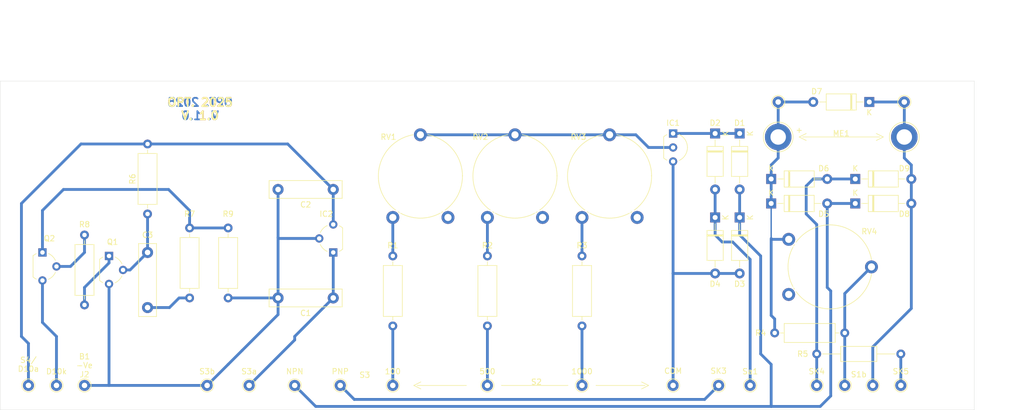
<source format=kicad_pcb>
(kicad_pcb (version 20171130) (host pcbnew "(5.1.10)-1")

  (general
    (thickness 1.6)
    (drawings 30)
    (tracks 117)
    (zones 0)
    (modules 53)
    (nets 22)
  )

  (page A4)
  (layers
    (0 F.Cu signal)
    (31 B.Cu signal)
    (32 B.Adhes user)
    (33 F.Adhes user)
    (34 B.Paste user)
    (35 F.Paste user)
    (36 B.SilkS user)
    (37 F.SilkS user)
    (38 B.Mask user)
    (39 F.Mask user)
    (40 Dwgs.User user)
    (41 Cmts.User user)
    (42 Eco1.User user)
    (43 Eco2.User user)
    (44 Edge.Cuts user)
    (45 Margin user)
    (46 B.CrtYd user)
    (47 F.CrtYd user)
    (48 B.Fab user)
    (49 F.Fab user hide)
  )

  (setup
    (last_trace_width 0.25)
    (trace_clearance 0.2)
    (zone_clearance 0.508)
    (zone_45_only no)
    (trace_min 0.2)
    (via_size 0.8)
    (via_drill 0.4)
    (via_min_size 0.4)
    (via_min_drill 0.3)
    (uvia_size 0.3)
    (uvia_drill 0.1)
    (uvias_allowed no)
    (uvia_min_size 0.2)
    (uvia_min_drill 0.1)
    (edge_width 0.05)
    (segment_width 0.2)
    (pcb_text_width 0.3)
    (pcb_text_size 1.5 1.5)
    (mod_edge_width 0.12)
    (mod_text_size 1 1)
    (mod_text_width 0.15)
    (pad_size 2 2)
    (pad_drill 1)
    (pad_to_mask_clearance 0)
    (aux_axis_origin 0 0)
    (visible_elements 7FFFFFFF)
    (pcbplotparams
      (layerselection 0x010fc_ffffffff)
      (usegerberextensions false)
      (usegerberattributes true)
      (usegerberadvancedattributes true)
      (creategerberjobfile true)
      (excludeedgelayer true)
      (linewidth 0.100000)
      (plotframeref false)
      (viasonmask false)
      (mode 1)
      (useauxorigin false)
      (hpglpennumber 1)
      (hpglpenspeed 20)
      (hpglpendiameter 15.000000)
      (psnegative false)
      (psa4output false)
      (plotreference true)
      (plotvalue true)
      (plotinvisibletext false)
      (padsonsilk false)
      (subtractmaskfromsilk false)
      (outputformat 1)
      (mirror false)
      (drillshape 1)
      (scaleselection 1)
      (outputdirectory ""))
  )

  (net 0 "")
  (net 1 "Net-(C1-Pad2)")
  (net 2 "Net-(C1-Pad1)")
  (net 3 "Net-(C2-Pad1)")
  (net 4 "Net-(C3-Pad2)")
  (net 5 "Net-(C3-Pad1)")
  (net 6 "Net-(D1-Pad2)")
  (net 7 "Net-(D1-Pad1)")
  (net 8 "Net-(D2-Pad2)")
  (net 9 "Net-(D3-Pad2)")
  (net 10 "Net-(D5-Pad1)")
  (net 11 "Net-(D6-Pad2)")
  (net 12 "Net-(IC1-Pad2)")
  (net 13 "Net-(Q2-Pad1)")
  (net 14 "Net-(Q2-Pad2)")
  (net 15 "Net-(R1-Pad1)")
  (net 16 "Net-(R2-Pad1)")
  (net 17 "Net-(R3-Pad1)")
  (net 18 "Net-(R4-Pad1)")
  (net 19 "Net-(R5-Pad2)")
  (net 20 "Net-(D7-Pad1)")
  (net 21 "Net-(Q1-Pad1)")

  (net_class Default "This is the default net class."
    (clearance 0.2)
    (trace_width 0.25)
    (via_dia 0.8)
    (via_drill 0.4)
    (uvia_dia 0.3)
    (uvia_drill 0.1)
    (add_net "Net-(C1-Pad1)")
    (add_net "Net-(C1-Pad2)")
    (add_net "Net-(C2-Pad1)")
    (add_net "Net-(C3-Pad1)")
    (add_net "Net-(C3-Pad2)")
    (add_net "Net-(D1-Pad1)")
    (add_net "Net-(D1-Pad2)")
    (add_net "Net-(D10-Pad1)")
    (add_net "Net-(D2-Pad2)")
    (add_net "Net-(D3-Pad2)")
    (add_net "Net-(D5-Pad1)")
    (add_net "Net-(D6-Pad2)")
    (add_net "Net-(D7-Pad1)")
    (add_net "Net-(IC1-Pad2)")
    (add_net "Net-(J1-Pad1)")
    (add_net "Net-(Q1-Pad1)")
    (add_net "Net-(Q1-Pad2)")
    (add_net "Net-(Q2-Pad1)")
    (add_net "Net-(Q2-Pad2)")
    (add_net "Net-(R1-Pad1)")
    (add_net "Net-(R1-Pad2)")
    (add_net "Net-(R2-Pad1)")
    (add_net "Net-(R2-Pad2)")
    (add_net "Net-(R3-Pad1)")
    (add_net "Net-(R3-Pad2)")
    (add_net "Net-(R4-Pad1)")
    (add_net "Net-(R5-Pad2)")
    (add_net "Net-(RV1-Pad1)")
    (add_net "Net-(RV2-Pad1)")
    (add_net "Net-(RV3-Pad1)")
    (add_net "Net-(RV4-Pad1)")
    (add_net "Net-(S1-Pad2)")
  )

  (module MountingHole:MountingHole_3.2mm_M3 (layer F.Cu) (tedit 56D1B4CB) (tstamp 68FF0467)
    (at 38.1 74.93)
    (descr "Mounting Hole 3.2mm, no annular, M3")
    (tags "mounting hole 3.2mm no annular m3")
    (attr virtual)
    (fp_text reference REF** (at 0 -4.2) (layer F.Fab)
      (effects (font (size 1 1) (thickness 0.15)))
    )
    (fp_text value MountingHole_3.2mm_M3 (at 0 4.2) (layer F.Fab)
      (effects (font (size 1 1) (thickness 0.15)))
    )
    (fp_text user %R (at 0.3 0) (layer F.Fab)
      (effects (font (size 1 1) (thickness 0.15)))
    )
    (fp_circle (center 0 0) (end 3.2 0) (layer Cmts.User) (width 0.15))
    (fp_circle (center 0 0) (end 3.45 0) (layer F.CrtYd) (width 0.05))
    (pad 1 np_thru_hole circle (at 0 0) (size 3.2 3.2) (drill 3.2) (layers *.Cu *.Mask))
  )

  (module Package_TO_SOT_THT:TO-92L_Wide (layer F.Cu) (tedit 5A152D5B) (tstamp 68FEFC8B)
    (at 40.64 100.965 270)
    (descr "TO-92L leads in-line (large body variant of TO-92), also known as TO-226, wide, drill 0.75mm (see https://www.diodes.com/assets/Package-Files/TO92L.pdf and http://www.ti.com/lit/an/snoa059/snoa059.pdf)")
    (tags "TO-92L Molded Wide transistor")
    (path /69225167)
    (fp_text reference Q2 (at -2.54 -1.27 180) (layer F.SilkS)
      (effects (font (size 1 1) (thickness 0.15)))
    )
    (fp_text value BC309 (at 2.54 2.79 90) (layer F.Fab)
      (effects (font (size 1 1) (thickness 0.15)))
    )
    (fp_arc (start 2.54 0) (end 4.45 1.7) (angle -15.88591585) (layer F.SilkS) (width 0.12))
    (fp_arc (start 2.54 0) (end 2.54 -2.48) (angle -130.2499344) (layer F.Fab) (width 0.1))
    (fp_arc (start 2.54 0) (end 2.54 -2.48) (angle 129.9527847) (layer F.Fab) (width 0.1))
    (fp_arc (start 2.54 0) (end 3.6 -2.35) (angle 40.72153779) (layer F.SilkS) (width 0.12))
    (fp_arc (start 2.54 0) (end 1.45 -2.35) (angle -40.11670855) (layer F.SilkS) (width 0.12))
    (fp_arc (start 2.54 0) (end 0.6 1.7) (angle 15.44288892) (layer F.SilkS) (width 0.12))
    (fp_text user %R (at 2.54 0 90) (layer F.Fab)
      (effects (font (size 1 1) (thickness 0.15)))
    )
    (fp_line (start -1 -3.55) (end -1 1.85) (layer B.CrtYd) (width 0.05))
    (fp_line (start 6.1 -3.55) (end -1 -3.55) (layer B.CrtYd) (width 0.05))
    (fp_line (start 6.1 1.85) (end 6.1 -3.55) (layer B.CrtYd) (width 0.05))
    (fp_line (start -1 1.85) (end 6.1 1.85) (layer B.CrtYd) (width 0.05))
    (fp_line (start 0.6 1.7) (end 4.45 1.7) (layer F.SilkS) (width 0.12))
    (fp_line (start 0.65 1.6) (end 4.4 1.6) (layer F.Fab) (width 0.1))
    (pad 1 thru_hole rect (at 0 0 270) (size 1.5 1.5) (drill 0.8) (layers *.Cu *.Mask)
      (net 13 "Net-(Q2-Pad1)"))
    (pad 3 thru_hole circle (at 5.08 0 270) (size 1.5 1.5) (drill 0.8) (layers *.Cu *.Mask))
    (pad 2 thru_hole circle (at 2.54 -2.54 270) (size 1.5 1.5) (drill 0.8) (layers *.Cu *.Mask)
      (net 14 "Net-(Q2-Pad2)"))
    (model ${KISYS3DMOD}/Package_TO_SOT_THT.3dshapes/TO-92L_Wide.wrl
      (at (xyz 0 0 0))
      (scale (xyz 1 1 1))
      (rotate (xyz 0 0 0))
    )
  )

  (module Package_TO_SOT_THT:TO-92L_Wide (layer F.Cu) (tedit 5A152D5B) (tstamp 68FEFCC4)
    (at 52.705 101.6 270)
    (descr "TO-92L leads in-line (large body variant of TO-92), also known as TO-226, wide, drill 0.75mm (see https://www.diodes.com/assets/Package-Files/TO92L.pdf and http://www.ti.com/lit/an/snoa059/snoa059.pdf)")
    (tags "TO-92L Molded Wide transistor")
    (path /69225D67)
    (fp_text reference Q1 (at -2.54 -0.635 180) (layer F.SilkS)
      (effects (font (size 1 1) (thickness 0.15)))
    )
    (fp_text value BC108C (at 2.54 2.79 90) (layer F.Fab)
      (effects (font (size 1 1) (thickness 0.15)))
    )
    (fp_arc (start 2.54 0) (end 4.45 1.7) (angle -15.88591585) (layer F.SilkS) (width 0.12))
    (fp_arc (start 2.54 0) (end 2.54 -2.48) (angle -130.2499344) (layer F.Fab) (width 0.1))
    (fp_arc (start 2.54 0) (end 2.54 -2.48) (angle 129.9527847) (layer F.Fab) (width 0.1))
    (fp_arc (start 2.54 0) (end 3.6 -2.35) (angle 40.72153779) (layer F.SilkS) (width 0.12))
    (fp_arc (start 2.54 0) (end 1.45 -2.35) (angle -40.11670855) (layer F.SilkS) (width 0.12))
    (fp_arc (start 2.54 0) (end 0.6 1.7) (angle 15.44288892) (layer F.SilkS) (width 0.12))
    (fp_text user %R (at 2.54 0 90) (layer F.Fab)
      (effects (font (size 1 1) (thickness 0.15)))
    )
    (fp_line (start -1 -3.55) (end -1 1.85) (layer B.CrtYd) (width 0.05))
    (fp_line (start 6.1 -3.55) (end -1 -3.55) (layer B.CrtYd) (width 0.05))
    (fp_line (start 6.1 1.85) (end 6.1 -3.55) (layer B.CrtYd) (width 0.05))
    (fp_line (start -1 1.85) (end 6.1 1.85) (layer B.CrtYd) (width 0.05))
    (fp_line (start 0.6 1.7) (end 4.45 1.7) (layer F.SilkS) (width 0.12))
    (fp_line (start 0.65 1.6) (end 4.4 1.6) (layer F.Fab) (width 0.1))
    (pad 1 thru_hole rect (at 0 0 270) (size 1.5 1.5) (drill 0.8) (layers *.Cu *.Mask)
      (net 21 "Net-(Q1-Pad1)"))
    (pad 3 thru_hole circle (at 5.08 0 270) (size 1.5 1.5) (drill 0.8) (layers *.Cu *.Mask)
      (net 1 "Net-(C1-Pad2)"))
    (pad 2 thru_hole circle (at 2.54 -2.54 270) (size 1.5 1.5) (drill 0.8) (layers *.Cu *.Mask)
      (net 5 "Net-(C3-Pad1)"))
    (model ${KISYS3DMOD}/Package_TO_SOT_THT.3dshapes/TO-92L_Wide.wrl
      (at (xyz 0 0 0))
      (scale (xyz 1 1 1))
      (rotate (xyz 0 0 0))
    )
  )

  (module TestPoint:TestPoint_THTPad_D2.0mm_Drill1.0mm (layer F.Cu) (tedit 5A0F774F) (tstamp 68FEB60A)
    (at 168.91 125.095)
    (descr "THT pad as test Point, diameter 2.0mm, hole diameter 1.0mm")
    (tags "test point THT pad")
    (path /691F6A5B)
    (attr virtual)
    (fp_text reference Sa1 (at 0 -2.54) (layer F.SilkS)
      (effects (font (size 1 1) (thickness 0.15)))
    )
    (fp_text value ~ (at 0 2.05) (layer F.Fab)
      (effects (font (size 1 1) (thickness 0.15)))
    )
    (fp_text user %R (at 0 -2) (layer F.Fab)
      (effects (font (size 1 1) (thickness 0.15)))
    )
    (fp_circle (center 0 0) (end 1.5 0) (layer F.CrtYd) (width 0.05))
    (fp_circle (center 0 0) (end 0 1.2) (layer F.SilkS) (width 0.12))
    (pad 1 thru_hole circle (at 0 0) (size 2 2) (drill 1) (layers *.Cu *.Mask)
      (net 8 "Net-(D2-Pad2)"))
  )

  (module TestPoint:TestPoint_THTPad_D2.0mm_Drill1.0mm (layer F.Cu) (tedit 5A0F774F) (tstamp 68FE9F15)
    (at 163.195 125.095)
    (descr "THT pad as test Point, diameter 2.0mm, hole diameter 1.0mm")
    (tags "test point THT pad")
    (attr virtual)
    (fp_text reference SK3 (at 0 -2.633) (layer F.SilkS)
      (effects (font (size 1 1) (thickness 0.15)))
    )
    (fp_text value TestPoint_THTPad_D2.0mm_Drill1.0mm (at 0 2.05) (layer F.Fab)
      (effects (font (size 1 1) (thickness 0.15)))
    )
    (fp_text user %R (at 0 -2) (layer F.Fab)
      (effects (font (size 1 1) (thickness 0.15)))
    )
    (fp_circle (center 0 0) (end 0 1.2) (layer F.SilkS) (width 0.12))
    (fp_circle (center 0 0) (end 1.5 0) (layer F.CrtYd) (width 0.05))
    (pad 1 thru_hole circle (at 0 0) (size 2 2) (drill 1) (layers *.Cu *.Mask))
  )

  (module TestPoint:TestPoint_THTPad_D2.0mm_Drill1.0mm (layer F.Cu) (tedit 68FD4894) (tstamp 68FDDBF9)
    (at 38.1 125.095)
    (descr "THT pad as test Point, diameter 2.0mm, hole diameter 1.0mm")
    (tags "test point THT pad")
    (attr virtual)
    (fp_text reference REF** (at 0 -1.998) (layer F.Fab)
      (effects (font (size 1 1) (thickness 0.15)))
    )
    (fp_text value TestPoint_THTPad_D2.0mm_Drill1.0mm (at 0 2.05) (layer F.Fab)
      (effects (font (size 1 1) (thickness 0.15)))
    )
    (fp_circle (center 0 0) (end 1.5 0) (layer F.CrtYd) (width 0.05))
    (fp_circle (center 0 0) (end 0 1.2) (layer F.SilkS) (width 0.12))
    (fp_text user %R (at 0 -2) (layer F.Fab)
      (effects (font (size 1 1) (thickness 0.15)))
    )
    (pad 1 thru_hole circle (at 0 0) (size 2 2) (drill 1) (layers *.Cu *.Mask)
      (net 3 "Net-(C2-Pad1)"))
  )

  (module TestPoint:TestPoint_THTPad_D2.0mm_Drill1.0mm (layer F.Cu) (tedit 5A0F774F) (tstamp 68FD9FA1)
    (at 43.18 125.095)
    (descr "THT pad as test Point, diameter 2.0mm, hole diameter 1.0mm")
    (tags "test point THT pad")
    (attr virtual)
    (fp_text reference D10k (at 0 -2.54) (layer F.SilkS)
      (effects (font (size 1 1) (thickness 0.15)))
    )
    (fp_text value TestPoint_THTPad_D2.0mm_Drill1.0mm (at 0 2.05) (layer F.Fab)
      (effects (font (size 1 1) (thickness 0.15)))
    )
    (fp_circle (center 0 0) (end 1.5 0) (layer F.CrtYd) (width 0.05))
    (fp_circle (center 0 0) (end 0 1.2) (layer F.SilkS) (width 0.12))
    (fp_text user %R (at 0 -2) (layer F.Fab)
      (effects (font (size 1 1) (thickness 0.15)))
    )
    (pad 1 thru_hole circle (at 0 0) (size 2 2) (drill 1) (layers *.Cu *.Mask))
  )

  (module TestPoint:TestPoint_THTPad_D2.0mm_Drill1.0mm (layer F.Cu) (tedit 68FD4452) (tstamp 68FD9F6A)
    (at 70.485 125.095)
    (descr "THT pad as test Point, diameter 2.0mm, hole diameter 1.0mm")
    (tags "test point THT pad")
    (attr virtual)
    (fp_text reference S3b (at 0 -2.54) (layer F.SilkS)
      (effects (font (size 1 1) (thickness 0.15)))
    )
    (fp_text value TestPoint_THTPad_D2.0mm_Drill1.0mm (at 0 2.05) (layer F.Fab)
      (effects (font (size 1 1) (thickness 0.15)))
    )
    (fp_circle (center 0 0) (end 0 1.2) (layer F.SilkS) (width 0.12))
    (fp_circle (center 0 0) (end 1.5 0) (layer F.CrtYd) (width 0.05))
    (fp_text user %R (at 0 -2) (layer F.Fab)
      (effects (font (size 1 1) (thickness 0.15)))
    )
    (pad 1 thru_hole circle (at 0 0) (size 2 2) (drill 1) (layers *.Cu *.Mask)
      (net 1 "Net-(C1-Pad2)"))
  )

  (module TestPoint:TestPoint_THTPad_D2.0mm_Drill1.0mm (layer F.Cu) (tedit 68FD4447) (tstamp 68FD9F5C)
    (at 78.105 125.095)
    (descr "THT pad as test Point, diameter 2.0mm, hole diameter 1.0mm")
    (tags "test point THT pad")
    (attr virtual)
    (fp_text reference S3a (at 0 -2.54) (layer F.SilkS)
      (effects (font (size 1 1) (thickness 0.15)))
    )
    (fp_text value TestPoint_THTPad_D2.0mm_Drill1.0mm (at 0 2.05) (layer F.Fab)
      (effects (font (size 1 1) (thickness 0.15)))
    )
    (fp_circle (center 0 0) (end 1.5 0) (layer F.CrtYd) (width 0.05))
    (fp_circle (center 0 0) (end 0 1.2) (layer F.SilkS) (width 0.12))
    (fp_text user %R (at 0 -2) (layer F.Fab)
      (effects (font (size 1 1) (thickness 0.15)))
    )
    (pad 1 thru_hole circle (at 0 0) (size 2 2) (drill 1) (layers *.Cu *.Mask)
      (net 2 "Net-(C1-Pad1)"))
  )

  (module TestPoint:TestPoint_THTPad_D2.0mm_Drill1.0mm (layer F.Cu) (tedit 5A0F774F) (tstamp 68FD9F4E)
    (at 86.36 125.095)
    (descr "THT pad as test Point, diameter 2.0mm, hole diameter 1.0mm")
    (tags "test point THT pad")
    (attr virtual)
    (fp_text reference NPN (at 0 -2.54) (layer F.SilkS)
      (effects (font (size 1 1) (thickness 0.15)))
    )
    (fp_text value TestPoint_THTPad_D2.0mm_Drill1.0mm (at 0 2.05) (layer F.Fab)
      (effects (font (size 1 1) (thickness 0.15)))
    )
    (fp_circle (center 0 0) (end 0 1.2) (layer F.SilkS) (width 0.12))
    (fp_circle (center 0 0) (end 1.5 0) (layer F.CrtYd) (width 0.05))
    (fp_text user %R (at 0 -2) (layer F.Fab)
      (effects (font (size 1 1) (thickness 0.15)))
    )
    (pad 1 thru_hole circle (at 0 0) (size 2 2) (drill 1) (layers *.Cu *.Mask)
      (net 6 "Net-(D1-Pad2)"))
  )

  (module TestPoint:TestPoint_THTPad_D2.0mm_Drill1.0mm (layer F.Cu) (tedit 5A0F774F) (tstamp 68FD9F40)
    (at 94.615 125.095)
    (descr "THT pad as test Point, diameter 2.0mm, hole diameter 1.0mm")
    (tags "test point THT pad")
    (attr virtual)
    (fp_text reference PNP (at 0 -2.54) (layer F.SilkS)
      (effects (font (size 1 1) (thickness 0.15)))
    )
    (fp_text value TestPoint_THTPad_D2.0mm_Drill1.0mm (at 0 2.05) (layer F.Fab)
      (effects (font (size 1 1) (thickness 0.15)))
    )
    (fp_circle (center 0 0) (end 1.5 0) (layer F.CrtYd) (width 0.05))
    (fp_circle (center 0 0) (end 0 1.2) (layer F.SilkS) (width 0.12))
    (fp_text user %R (at 0 -2) (layer F.Fab)
      (effects (font (size 1 1) (thickness 0.15)))
    )
    (pad 1 thru_hole circle (at 0 0) (size 2 2) (drill 1) (layers *.Cu *.Mask))
  )

  (module TestPoint:TestPoint_THTPad_D2.0mm_Drill1.0mm (layer F.Cu) (tedit 5A0F774F) (tstamp 68FD9E39)
    (at 104.14 125.095)
    (descr "THT pad as test Point, diameter 2.0mm, hole diameter 1.0mm")
    (tags "test point THT pad")
    (attr virtual)
    (fp_text reference 100 (at 0 -2.54) (layer F.SilkS)
      (effects (font (size 1 1) (thickness 0.15)))
    )
    (fp_text value TestPoint_THTPad_D2.0mm_Drill1.0mm (at 0 2.05) (layer F.Fab)
      (effects (font (size 1 1) (thickness 0.15)))
    )
    (fp_circle (center 0 0) (end 0 1.2) (layer F.SilkS) (width 0.12))
    (fp_circle (center 0 0) (end 1.5 0) (layer F.CrtYd) (width 0.05))
    (fp_text user %R (at 0 -2) (layer F.Fab)
      (effects (font (size 1 1) (thickness 0.15)))
    )
    (pad 1 thru_hole circle (at 0 0) (size 2 2) (drill 1) (layers *.Cu *.Mask))
  )

  (module TestPoint:TestPoint_THTPad_D2.0mm_Drill1.0mm (layer F.Cu) (tedit 5A0F774F) (tstamp 68FD9E2B)
    (at 121.285 125.095)
    (descr "THT pad as test Point, diameter 2.0mm, hole diameter 1.0mm")
    (tags "test point THT pad")
    (attr virtual)
    (fp_text reference 500 (at 0 -2.54) (layer F.SilkS)
      (effects (font (size 1 1) (thickness 0.15)))
    )
    (fp_text value TestPoint_THTPad_D2.0mm_Drill1.0mm (at 0 2.05) (layer F.Fab)
      (effects (font (size 1 1) (thickness 0.15)))
    )
    (fp_circle (center 0 0) (end 1.5 0) (layer F.CrtYd) (width 0.05))
    (fp_circle (center 0 0) (end 0 1.2) (layer F.SilkS) (width 0.12))
    (fp_text user %R (at 0 -2) (layer F.Fab)
      (effects (font (size 1 1) (thickness 0.15)))
    )
    (pad 1 thru_hole circle (at 0 0) (size 2 2) (drill 1) (layers *.Cu *.Mask))
  )

  (module TestPoint:TestPoint_THTPad_D2.0mm_Drill1.0mm (layer F.Cu) (tedit 5A0F774F) (tstamp 68FD9E1D)
    (at 138.43 125.095)
    (descr "THT pad as test Point, diameter 2.0mm, hole diameter 1.0mm")
    (tags "test point THT pad")
    (attr virtual)
    (fp_text reference 1000 (at 0 -2.54) (layer F.SilkS)
      (effects (font (size 1 1) (thickness 0.15)))
    )
    (fp_text value TestPoint_THTPad_D2.0mm_Drill1.0mm (at 0 2.05) (layer F.Fab)
      (effects (font (size 1 1) (thickness 0.15)))
    )
    (fp_circle (center 0 0) (end 0 1.2) (layer F.SilkS) (width 0.12))
    (fp_circle (center 0 0) (end 1.5 0) (layer F.CrtYd) (width 0.05))
    (fp_text user %R (at 0 -2) (layer F.Fab)
      (effects (font (size 1 1) (thickness 0.15)))
    )
    (pad 1 thru_hole circle (at 0 0) (size 2 2) (drill 1) (layers *.Cu *.Mask))
  )

  (module TestPoint:TestPoint_THTPad_D2.0mm_Drill1.0mm (layer F.Cu) (tedit 68FD3F2F) (tstamp 68FD9E0F)
    (at 154.94 125.095)
    (descr "THT pad as test Point, diameter 2.0mm, hole diameter 1.0mm")
    (tags "test point THT pad")
    (attr virtual)
    (fp_text reference COM (at 0 -2.633) (layer F.SilkS)
      (effects (font (size 1 1) (thickness 0.15)))
    )
    (fp_text value TestPoint_THTPad_D2.0mm_Drill1.0mm (at 0 2.05) (layer F.Fab)
      (effects (font (size 1 1) (thickness 0.15)))
    )
    (fp_circle (center 0 0) (end 1.5 0) (layer F.CrtYd) (width 0.05))
    (fp_circle (center 0 0) (end 0 1.2) (layer F.SilkS) (width 0.12))
    (fp_text user %R (at 0 -2) (layer F.Fab)
      (effects (font (size 1 1) (thickness 0.15)))
    )
    (pad 1 thru_hole circle (at 0 0) (size 2 2) (drill 1) (layers *.Cu *.Mask)
      (net 9 "Net-(D3-Pad2)"))
  )

  (module TestPoint:TestPoint_THTPad_D2.0mm_Drill1.0mm (layer F.Cu) (tedit 68FD299E) (tstamp 68FD789B)
    (at 186.055 125.095)
    (descr "THT pad as test Point, diameter 2.0mm, hole diameter 1.0mm")
    (tags "test point THT pad")
    (attr virtual)
    (fp_text reference REF** (at 0 -1.998) (layer F.Fab)
      (effects (font (size 1 1) (thickness 0.15)))
    )
    (fp_text value TestPoint_THTPad_D2.0mm_Drill1.0mm (at 0 2.05) (layer F.Fab)
      (effects (font (size 1 1) (thickness 0.15)))
    )
    (fp_circle (center 0 0) (end 1.5 0) (layer F.CrtYd) (width 0.05))
    (fp_circle (center 0 0) (end 0 1.2) (layer F.SilkS) (width 0.12))
    (fp_text user %R (at 0 -2) (layer F.Fab)
      (effects (font (size 1 1) (thickness 0.15)))
    )
    (pad 1 thru_hole circle (at 0 0) (size 2 2) (drill 1) (layers *.Cu *.Mask)
      (net 18 "Net-(R4-Pad1)"))
  )

  (module TestPoint:TestPoint_THTPad_D2.0mm_Drill1.0mm (layer F.Cu) (tedit 68FD3224) (tstamp 68FD788D)
    (at 191.135 125.095)
    (descr "THT pad as test Point, diameter 2.0mm, hole diameter 1.0mm")
    (tags "test point THT pad")
    (attr virtual)
    (fp_text reference S1b (at -2.54 -1.998) (layer F.SilkS)
      (effects (font (size 1 1) (thickness 0.15)))
    )
    (fp_text value TestPoint_THTPad_D2.0mm_Drill1.0mm (at 0 2.05) (layer F.Fab)
      (effects (font (size 1 1) (thickness 0.15)))
    )
    (fp_circle (center 0 0) (end 0 1.2) (layer F.SilkS) (width 0.12))
    (fp_circle (center 0 0) (end 1.5 0) (layer F.CrtYd) (width 0.05))
    (fp_text user %R (at 0 -2) (layer F.Fab)
      (effects (font (size 1 1) (thickness 0.15)))
    )
    (pad 1 thru_hole circle (at 0 0) (size 2 2) (drill 1) (layers *.Cu *.Mask)
      (net 20 "Net-(D7-Pad1)"))
  )

  (module MountingHole:MountingHole_3.2mm_M3 (layer F.Cu) (tedit 56D1B4CB) (tstamp 68FD71D3)
    (at 204.47 122.555)
    (descr "Mounting Hole 3.2mm, no annular, M3")
    (tags "mounting hole 3.2mm no annular m3")
    (attr virtual)
    (fp_text reference REF** (at 0 -4.2) (layer F.Fab)
      (effects (font (size 1 1) (thickness 0.15)))
    )
    (fp_text value MountingHole_3.2mm_M3 (at 0 4.2) (layer F.Fab)
      (effects (font (size 1 1) (thickness 0.15)))
    )
    (fp_circle (center 0 0) (end 3.2 0) (layer Cmts.User) (width 0.15))
    (fp_circle (center 0 0) (end 3.45 0) (layer F.CrtYd) (width 0.05))
    (fp_text user %R (at 0.3 0) (layer F.Fab)
      (effects (font (size 1 1) (thickness 0.15)))
    )
    (pad 1 np_thru_hole circle (at 0 0) (size 3.2 3.2) (drill 3.2) (layers *.Cu *.Mask))
  )

  (module TestPoint:TestPoint_THTPad_D2.0mm_Drill1.0mm (layer F.Cu) (tedit 68FD3807) (tstamp 68FD75BD)
    (at 173.99 73.66)
    (descr "THT pad as test Point, diameter 2.0mm, hole diameter 1.0mm")
    (tags "test point THT pad")
    (attr virtual)
    (fp_text reference REF** (at 0 -1.998) (layer F.Fab)
      (effects (font (size 1 1) (thickness 0.15)))
    )
    (fp_text value TestPoint_THTPad_D2.0mm_Drill1.0mm (at 0 2.05) (layer F.Fab)
      (effects (font (size 1 1) (thickness 0.15)))
    )
    (fp_circle (center 0 0) (end 0 1.2) (layer F.SilkS) (width 0.12))
    (fp_circle (center 0 0) (end 1.5 0) (layer F.CrtYd) (width 0.05))
    (fp_text user %R (at 0 -2) (layer F.Fab)
      (effects (font (size 1 1) (thickness 0.15)))
    )
    (pad 1 thru_hole circle (at 0 0) (size 2 2) (drill 1) (layers *.Cu *.Mask)
      (net 10 "Net-(D5-Pad1)"))
  )

  (module TestPoint:TestPoint_THTPad_D2.0mm_Drill1.0mm (layer F.Cu) (tedit 68FD37F3) (tstamp 68FD73F5)
    (at 196.85 73.66)
    (descr "THT pad as test Point, diameter 2.0mm, hole diameter 1.0mm")
    (tags "test point THT pad")
    (attr virtual)
    (fp_text reference REF** (at 0 -1.998) (layer F.Fab)
      (effects (font (size 1 1) (thickness 0.15)))
    )
    (fp_text value TestPoint_THTPad_D2.0mm_Drill1.0mm (at 0 2.05) (layer F.Fab)
      (effects (font (size 1 1) (thickness 0.15)))
    )
    (fp_circle (center 0 0) (end 1.5 0) (layer F.CrtYd) (width 0.05))
    (fp_circle (center 0 0) (end 0 1.2) (layer F.SilkS) (width 0.12))
    (fp_text user %R (at 0 -2) (layer F.Fab)
      (effects (font (size 1 1) (thickness 0.15)))
    )
    (pad 1 thru_hole circle (at 0 0) (size 2 2) (drill 1) (layers *.Cu *.Mask)
      (net 20 "Net-(D7-Pad1)"))
  )

  (module TestPoint:TestPoint_Loop_D3.80mm_Drill2.8mm (layer F.Cu) (tedit 68FD3800) (tstamp 68FDA089)
    (at 173.99 80.01)
    (descr "wire loop as test point, loop diameter 3.8mm, hole diameter 2.8mm")
    (tags "test point wire loop bead")
    (fp_text reference REF** (at 0.5 3.5) (layer F.Fab)
      (effects (font (size 1 1) (thickness 0.15)))
    )
    (fp_text value TestPoint_Loop_D3.80mm_Drill2.8mm (at 0 -3.5) (layer F.Fab)
      (effects (font (size 1 1) (thickness 0.15)))
    )
    (fp_line (start -1.9 -0.3) (end -1.9 0.3) (layer F.Fab) (width 0.12))
    (fp_line (start -1.9 0.3) (end 1.9 0.3) (layer F.Fab) (width 0.12))
    (fp_line (start 1.9 0.3) (end 1.9 -0.3) (layer F.Fab) (width 0.12))
    (fp_line (start 1.9 -0.3) (end -1.9 -0.3) (layer F.Fab) (width 0.12))
    (fp_circle (center 0 0) (end 2.9 0) (layer F.CrtYd) (width 0.05))
    (fp_circle (center 0 0) (end 2.7 0) (layer F.SilkS) (width 0.12))
    (fp_text user %R (at 0.5 3.5) (layer F.Fab)
      (effects (font (size 1 1) (thickness 0.15)))
    )
    (pad 1 thru_hole circle (at 0 0) (size 4.800001 4.800001) (drill 2.799999) (layers *.Cu *.Mask)
      (net 10 "Net-(D5-Pad1)"))
    (model ${KISYS3DMOD}/TestPoint.3dshapes/TestPoint_Loop_D3.80mm_Drill2.8mm.wrl
      (at (xyz 0 0 0))
      (scale (xyz 1 1 1))
      (rotate (xyz 0 0 0))
    )
  )

  (module TestPoint:TestPoint_Loop_D3.80mm_Drill2.8mm (layer F.Cu) (tedit 68FD37EB) (tstamp 68FD740E)
    (at 196.85 80.01)
    (descr "wire loop as test point, loop diameter 3.8mm, hole diameter 2.8mm")
    (tags "test point wire loop bead")
    (fp_text reference REF** (at 0.5 3.5) (layer F.Fab)
      (effects (font (size 1 1) (thickness 0.15)))
    )
    (fp_text value TestPoint_Loop_D3.80mm_Drill2.8mm (at 0 -3.5) (layer F.Fab)
      (effects (font (size 1 1) (thickness 0.15)))
    )
    (fp_circle (center 0 0) (end 2.7 0) (layer F.SilkS) (width 0.12))
    (fp_circle (center 0 0) (end 2.9 0) (layer F.CrtYd) (width 0.05))
    (fp_line (start 1.9 -0.3) (end -1.9 -0.3) (layer F.Fab) (width 0.12))
    (fp_line (start 1.9 0.3) (end 1.9 -0.3) (layer F.Fab) (width 0.12))
    (fp_line (start -1.9 0.3) (end 1.9 0.3) (layer F.Fab) (width 0.12))
    (fp_line (start -1.9 -0.3) (end -1.9 0.3) (layer F.Fab) (width 0.12))
    (fp_text user %R (at 0.5 3.5) (layer F.Fab)
      (effects (font (size 1 1) (thickness 0.15)))
    )
    (pad 1 thru_hole circle (at 0 0) (size 4.800001 4.800001) (drill 2.799999) (layers *.Cu *.Mask)
      (net 20 "Net-(D7-Pad1)"))
    (model ${KISYS3DMOD}/TestPoint.3dshapes/TestPoint_Loop_D3.80mm_Drill2.8mm.wrl
      (at (xyz 0 0 0))
      (scale (xyz 1 1 1))
      (rotate (xyz 0 0 0))
    )
  )

  (module MountingHole:MountingHole_3.2mm_M3 (layer F.Cu) (tedit 56D1B4CB) (tstamp 68FD73E0)
    (at 204.47 74.93)
    (descr "Mounting Hole 3.2mm, no annular, M3")
    (tags "mounting hole 3.2mm no annular m3")
    (attr virtual)
    (fp_text reference REF** (at 0 -4.2) (layer F.Fab)
      (effects (font (size 1 1) (thickness 0.15)))
    )
    (fp_text value MountingHole_3.2mm_M3 (at 0 4.2) (layer F.Fab)
      (effects (font (size 1 1) (thickness 0.15)))
    )
    (fp_circle (center 0 0) (end 3.45 0) (layer F.CrtYd) (width 0.05))
    (fp_circle (center 0 0) (end 3.2 0) (layer Cmts.User) (width 0.15))
    (fp_text user %R (at 0.3 0) (layer F.Fab)
      (effects (font (size 1 1) (thickness 0.15)))
    )
    (pad 1 np_thru_hole circle (at 0 0) (size 3.2 3.2) (drill 3.2) (layers *.Cu *.Mask))
  )

  (module Diode_THT:D_A-405_P10.16mm_Horizontal (layer F.Cu) (tedit 68FD3729) (tstamp 68FE1485)
    (at 190.5 73.66 180)
    (descr "Diode, A-405 series, Axial, Horizontal, pin pitch=10.16mm, , length*diameter=5.2*2.7mm^2, , http://www.diodes.com/_files/packages/A-405.pdf")
    (tags "Diode A-405 series Axial Horizontal pin pitch 10.16mm  length 5.2mm diameter 2.7mm")
    (path /691A12F0)
    (fp_text reference D7 (at 9.525 1.905) (layer F.SilkS)
      (effects (font (size 1 1) (thickness 0.15)))
    )
    (fp_text value 1n4148 (at 5.08 2.47) (layer F.Fab)
      (effects (font (size 1 1) (thickness 0.15)))
    )
    (fp_text user K (at 0 -1.9) (layer F.SilkS)
      (effects (font (size 1 1) (thickness 0.15)))
    )
    (fp_text user K (at 0 -1.9) (layer F.Fab)
      (effects (font (size 1 1) (thickness 0.15)))
    )
    (fp_text user %R (at 5.47 0) (layer F.Fab)
      (effects (font (size 1 1) (thickness 0.15)))
    )
    (fp_line (start 2.48 -1.35) (end 2.48 1.35) (layer F.Fab) (width 0.1))
    (fp_line (start 2.48 1.35) (end 7.68 1.35) (layer F.Fab) (width 0.1))
    (fp_line (start 7.68 1.35) (end 7.68 -1.35) (layer F.Fab) (width 0.1))
    (fp_line (start 7.68 -1.35) (end 2.48 -1.35) (layer F.Fab) (width 0.1))
    (fp_line (start 0 0) (end 2.48 0) (layer F.Fab) (width 0.1))
    (fp_line (start 10.16 0) (end 7.68 0) (layer F.Fab) (width 0.1))
    (fp_line (start 3.26 -1.35) (end 3.26 1.35) (layer F.Fab) (width 0.1))
    (fp_line (start 3.36 -1.35) (end 3.36 1.35) (layer F.Fab) (width 0.1))
    (fp_line (start 3.16 -1.35) (end 3.16 1.35) (layer F.Fab) (width 0.1))
    (fp_line (start 2.36 -1.47) (end 2.36 1.47) (layer F.SilkS) (width 0.12))
    (fp_line (start 2.36 1.47) (end 7.8 1.47) (layer F.SilkS) (width 0.12))
    (fp_line (start 7.8 1.47) (end 7.8 -1.47) (layer F.SilkS) (width 0.12))
    (fp_line (start 7.8 -1.47) (end 2.36 -1.47) (layer F.SilkS) (width 0.12))
    (fp_line (start 1.14 0) (end 2.36 0) (layer F.SilkS) (width 0.12))
    (fp_line (start 9.02 0) (end 7.8 0) (layer F.SilkS) (width 0.12))
    (fp_line (start 3.26 -1.47) (end 3.26 1.47) (layer F.SilkS) (width 0.12))
    (fp_line (start 3.38 -1.47) (end 3.38 1.47) (layer F.SilkS) (width 0.12))
    (fp_line (start 3.14 -1.47) (end 3.14 1.47) (layer F.SilkS) (width 0.12))
    (fp_line (start -1.15 -1.6) (end -1.15 1.6) (layer F.CrtYd) (width 0.05))
    (fp_line (start -1.15 1.6) (end 11.31 1.6) (layer F.CrtYd) (width 0.05))
    (fp_line (start 11.31 1.6) (end 11.31 -1.6) (layer F.CrtYd) (width 0.05))
    (fp_line (start 11.31 -1.6) (end -1.15 -1.6) (layer F.CrtYd) (width 0.05))
    (pad 2 thru_hole oval (at 10.16 0 180) (size 1.8 1.8) (drill 0.9) (layers *.Cu *.Mask)
      (net 10 "Net-(D5-Pad1)"))
    (pad 1 thru_hole rect (at 0 0 180) (size 1.8 1.8) (drill 0.9) (layers *.Cu *.Mask)
      (net 20 "Net-(D7-Pad1)"))
    (model ${KISYS3DMOD}/Diode_THT.3dshapes/D_A-405_P10.16mm_Horizontal.wrl
      (at (xyz 0 0 0))
      (scale (xyz 1 1 1))
      (rotate (xyz 0 0 0))
    )
  )

  (module Diode_THT:D_A-405_P10.16mm_Horizontal (layer F.Cu) (tedit 68FD375A) (tstamp 68FDAEEC)
    (at 167.005 79.375 270)
    (descr "Diode, A-405 series, Axial, Horizontal, pin pitch=10.16mm, , length*diameter=5.2*2.7mm^2, , http://www.diodes.com/_files/packages/A-405.pdf")
    (tags "Diode A-405 series Axial Horizontal pin pitch 10.16mm  length 5.2mm diameter 2.7mm")
    (path /68FD1368)
    (fp_text reference D1 (at -1.905 0 180) (layer F.SilkS)
      (effects (font (size 1 1) (thickness 0.15)))
    )
    (fp_text value 1n4148 (at 5.08 2.47 90) (layer F.Fab)
      (effects (font (size 1 1) (thickness 0.15)))
    )
    (fp_text user K (at 0 -1.9 90) (layer F.SilkS)
      (effects (font (size 1 1) (thickness 0.15)))
    )
    (fp_text user K (at 0 -1.9 90) (layer F.Fab)
      (effects (font (size 1 1) (thickness 0.15)))
    )
    (fp_text user %R (at 5.47 0 90) (layer F.Fab)
      (effects (font (size 1 1) (thickness 0.15)))
    )
    (fp_line (start 2.48 -1.35) (end 2.48 1.35) (layer F.Fab) (width 0.1))
    (fp_line (start 2.48 1.35) (end 7.68 1.35) (layer F.Fab) (width 0.1))
    (fp_line (start 7.68 1.35) (end 7.68 -1.35) (layer F.Fab) (width 0.1))
    (fp_line (start 7.68 -1.35) (end 2.48 -1.35) (layer F.Fab) (width 0.1))
    (fp_line (start 0 0) (end 2.48 0) (layer F.Fab) (width 0.1))
    (fp_line (start 10.16 0) (end 7.68 0) (layer F.Fab) (width 0.1))
    (fp_line (start 3.26 -1.35) (end 3.26 1.35) (layer F.Fab) (width 0.1))
    (fp_line (start 3.36 -1.35) (end 3.36 1.35) (layer F.Fab) (width 0.1))
    (fp_line (start 3.16 -1.35) (end 3.16 1.35) (layer F.Fab) (width 0.1))
    (fp_line (start 2.36 -1.47) (end 2.36 1.47) (layer F.SilkS) (width 0.12))
    (fp_line (start 2.36 1.47) (end 7.8 1.47) (layer F.SilkS) (width 0.12))
    (fp_line (start 7.8 1.47) (end 7.8 -1.47) (layer F.SilkS) (width 0.12))
    (fp_line (start 7.8 -1.47) (end 2.36 -1.47) (layer F.SilkS) (width 0.12))
    (fp_line (start 1.14 0) (end 2.36 0) (layer F.SilkS) (width 0.12))
    (fp_line (start 9.02 0) (end 7.8 0) (layer F.SilkS) (width 0.12))
    (fp_line (start 3.26 -1.47) (end 3.26 1.47) (layer F.SilkS) (width 0.12))
    (fp_line (start 3.38 -1.47) (end 3.38 1.47) (layer F.SilkS) (width 0.12))
    (fp_line (start 3.14 -1.47) (end 3.14 1.47) (layer F.SilkS) (width 0.12))
    (fp_line (start -1.15 -1.6) (end -1.15 1.6) (layer F.CrtYd) (width 0.05))
    (fp_line (start -1.15 1.6) (end 11.31 1.6) (layer F.CrtYd) (width 0.05))
    (fp_line (start 11.31 1.6) (end 11.31 -1.6) (layer F.CrtYd) (width 0.05))
    (fp_line (start 11.31 -1.6) (end -1.15 -1.6) (layer F.CrtYd) (width 0.05))
    (pad 2 thru_hole oval (at 10.16 0 270) (size 1.8 1.8) (drill 0.9) (layers *.Cu *.Mask)
      (net 6 "Net-(D1-Pad2)"))
    (pad 1 thru_hole rect (at 0 0 270) (size 1.8 1.8) (drill 0.9) (layers *.Cu *.Mask)
      (net 7 "Net-(D1-Pad1)"))
    (model ${KISYS3DMOD}/Diode_THT.3dshapes/D_A-405_P10.16mm_Horizontal.wrl
      (at (xyz 0 0 0))
      (scale (xyz 1 1 1))
      (rotate (xyz 0 0 0))
    )
  )

  (module Capacitor_THT:C_Rect_L13.0mm_W3.0mm_P10.00mm_FKS3_FKP3_MKS4 (layer F.Cu) (tedit 5AE50EEF) (tstamp 68FDAEBA)
    (at 93.345 89.535 180)
    (descr "C, Rect series, Radial, pin pitch=10.00mm, , length*width=13*3mm^2, Capacitor, http://www.wima.com/EN/WIMA_FKS_3.pdf, http://www.wima.com/EN/WIMA_MKS_4.pdf")
    (tags "C Rect series Radial pin pitch 10.00mm  length 13mm width 3mm Capacitor")
    (path /68FEFD04)
    (fp_text reference C2 (at 5 -2.75) (layer F.SilkS)
      (effects (font (size 1 1) (thickness 0.15)))
    )
    (fp_text value 100nF (at 5 2.75) (layer F.Fab)
      (effects (font (size 1 1) (thickness 0.15)))
    )
    (fp_text user %R (at 5 0) (layer F.Fab)
      (effects (font (size 1 1) (thickness 0.15)))
    )
    (fp_line (start -1.5 -1.5) (end -1.5 1.5) (layer F.Fab) (width 0.1))
    (fp_line (start -1.5 1.5) (end 11.5 1.5) (layer F.Fab) (width 0.1))
    (fp_line (start 11.5 1.5) (end 11.5 -1.5) (layer F.Fab) (width 0.1))
    (fp_line (start 11.5 -1.5) (end -1.5 -1.5) (layer F.Fab) (width 0.1))
    (fp_line (start -1.62 -1.62) (end 11.62 -1.62) (layer F.SilkS) (width 0.12))
    (fp_line (start -1.62 1.62) (end 11.62 1.62) (layer F.SilkS) (width 0.12))
    (fp_line (start -1.62 -1.62) (end -1.62 1.62) (layer F.SilkS) (width 0.12))
    (fp_line (start 11.62 -1.62) (end 11.62 1.62) (layer F.SilkS) (width 0.12))
    (fp_line (start -1.75 -1.75) (end -1.75 1.75) (layer F.CrtYd) (width 0.05))
    (fp_line (start -1.75 1.75) (end 11.75 1.75) (layer F.CrtYd) (width 0.05))
    (fp_line (start 11.75 1.75) (end 11.75 -1.75) (layer F.CrtYd) (width 0.05))
    (fp_line (start 11.75 -1.75) (end -1.75 -1.75) (layer F.CrtYd) (width 0.05))
    (pad 2 thru_hole circle (at 10 0 180) (size 2 2) (drill 1) (layers *.Cu *.Mask)
      (net 1 "Net-(C1-Pad2)"))
    (pad 1 thru_hole circle (at 0 0 180) (size 2 2) (drill 1) (layers *.Cu *.Mask)
      (net 3 "Net-(C2-Pad1)"))
    (model ${KISYS3DMOD}/Capacitor_THT.3dshapes/C_Rect_L13.0mm_W3.0mm_P10.00mm_FKS3_FKP3_MKS4.wrl
      (at (xyz 0 0 0))
      (scale (xyz 1 1 1))
      (rotate (xyz 0 0 0))
    )
  )

  (module Resistor_THT:R_Axial_DIN0309_L9.0mm_D3.2mm_P12.70mm_Horizontal (layer F.Cu) (tedit 5AE5139B) (tstamp 68FDC391)
    (at 74.295 109.22 90)
    (descr "Resistor, Axial_DIN0309 series, Axial, Horizontal, pin pitch=12.7mm, 0.5W = 1/2W, length*diameter=9*3.2mm^2, http://cdn-reichelt.de/documents/datenblatt/B400/1_4W%23YAG.pdf")
    (tags "Resistor Axial_DIN0309 series Axial Horizontal pin pitch 12.7mm 0.5W = 1/2W length 9mm diameter 3.2mm")
    (path /69000203)
    (fp_text reference R9 (at 15.24 0 180) (layer F.SilkS)
      (effects (font (size 1 1) (thickness 0.15)))
    )
    (fp_text value 100R (at 6.35 2.72 90) (layer F.Fab)
      (effects (font (size 1 1) (thickness 0.15)))
    )
    (fp_text user %R (at 6.35 0 90) (layer F.Fab)
      (effects (font (size 1 1) (thickness 0.15)))
    )
    (fp_line (start 1.85 -1.6) (end 1.85 1.6) (layer F.Fab) (width 0.1))
    (fp_line (start 1.85 1.6) (end 10.85 1.6) (layer F.Fab) (width 0.1))
    (fp_line (start 10.85 1.6) (end 10.85 -1.6) (layer F.Fab) (width 0.1))
    (fp_line (start 10.85 -1.6) (end 1.85 -1.6) (layer F.Fab) (width 0.1))
    (fp_line (start 0 0) (end 1.85 0) (layer F.Fab) (width 0.1))
    (fp_line (start 12.7 0) (end 10.85 0) (layer F.Fab) (width 0.1))
    (fp_line (start 1.73 -1.72) (end 1.73 1.72) (layer F.SilkS) (width 0.12))
    (fp_line (start 1.73 1.72) (end 10.97 1.72) (layer F.SilkS) (width 0.12))
    (fp_line (start 10.97 1.72) (end 10.97 -1.72) (layer F.SilkS) (width 0.12))
    (fp_line (start 10.97 -1.72) (end 1.73 -1.72) (layer F.SilkS) (width 0.12))
    (fp_line (start 1.04 0) (end 1.73 0) (layer F.SilkS) (width 0.12))
    (fp_line (start 11.66 0) (end 10.97 0) (layer F.SilkS) (width 0.12))
    (fp_line (start -1.05 -1.85) (end -1.05 1.85) (layer F.CrtYd) (width 0.05))
    (fp_line (start -1.05 1.85) (end 13.75 1.85) (layer F.CrtYd) (width 0.05))
    (fp_line (start 13.75 1.85) (end 13.75 -1.85) (layer F.CrtYd) (width 0.05))
    (fp_line (start 13.75 -1.85) (end -1.05 -1.85) (layer F.CrtYd) (width 0.05))
    (pad 2 thru_hole oval (at 12.7 0 90) (size 1.6 1.6) (drill 0.8) (layers *.Cu *.Mask)
      (net 13 "Net-(Q2-Pad1)"))
    (pad 1 thru_hole circle (at 0 0 90) (size 1.6 1.6) (drill 0.8) (layers *.Cu *.Mask)
      (net 1 "Net-(C1-Pad2)"))
    (model ${KISYS3DMOD}/Resistor_THT.3dshapes/R_Axial_DIN0309_L9.0mm_D3.2mm_P12.70mm_Horizontal.wrl
      (at (xyz 0 0 0))
      (scale (xyz 1 1 1))
      (rotate (xyz 0 0 0))
    )
  )

  (module Resistor_THT:R_Axial_DIN0309_L9.0mm_D3.2mm_P12.70mm_Horizontal (layer F.Cu) (tedit 5AE5139B) (tstamp 68FDC37A)
    (at 48.26 97.79 270)
    (descr "Resistor, Axial_DIN0309 series, Axial, Horizontal, pin pitch=12.7mm, 0.5W = 1/2W, length*diameter=9*3.2mm^2, http://cdn-reichelt.de/documents/datenblatt/B400/1_4W%23YAG.pdf")
    (tags "Resistor Axial_DIN0309 series Axial Horizontal pin pitch 12.7mm 0.5W = 1/2W length 9mm diameter 3.2mm")
    (path /690024C7)
    (fp_text reference R8 (at -1.905 0 180) (layer F.SilkS)
      (effects (font (size 1 1) (thickness 0.15)))
    )
    (fp_text value 1K (at 6.35 2.72 90) (layer F.Fab)
      (effects (font (size 1 1) (thickness 0.15)))
    )
    (fp_text user %R (at 6.35 0 90) (layer F.Fab)
      (effects (font (size 1 1) (thickness 0.15)))
    )
    (fp_line (start 1.85 -1.6) (end 1.85 1.6) (layer F.Fab) (width 0.1))
    (fp_line (start 1.85 1.6) (end 10.85 1.6) (layer F.Fab) (width 0.1))
    (fp_line (start 10.85 1.6) (end 10.85 -1.6) (layer F.Fab) (width 0.1))
    (fp_line (start 10.85 -1.6) (end 1.85 -1.6) (layer F.Fab) (width 0.1))
    (fp_line (start 0 0) (end 1.85 0) (layer F.Fab) (width 0.1))
    (fp_line (start 12.7 0) (end 10.85 0) (layer F.Fab) (width 0.1))
    (fp_line (start 1.73 -1.72) (end 1.73 1.72) (layer F.SilkS) (width 0.12))
    (fp_line (start 1.73 1.72) (end 10.97 1.72) (layer F.SilkS) (width 0.12))
    (fp_line (start 10.97 1.72) (end 10.97 -1.72) (layer F.SilkS) (width 0.12))
    (fp_line (start 10.97 -1.72) (end 1.73 -1.72) (layer F.SilkS) (width 0.12))
    (fp_line (start 1.04 0) (end 1.73 0) (layer F.SilkS) (width 0.12))
    (fp_line (start 11.66 0) (end 10.97 0) (layer F.SilkS) (width 0.12))
    (fp_line (start -1.05 -1.85) (end -1.05 1.85) (layer F.CrtYd) (width 0.05))
    (fp_line (start -1.05 1.85) (end 13.75 1.85) (layer F.CrtYd) (width 0.05))
    (fp_line (start 13.75 1.85) (end 13.75 -1.85) (layer F.CrtYd) (width 0.05))
    (fp_line (start 13.75 -1.85) (end -1.05 -1.85) (layer F.CrtYd) (width 0.05))
    (pad 2 thru_hole oval (at 12.7 0 270) (size 1.6 1.6) (drill 0.8) (layers *.Cu *.Mask)
      (net 21 "Net-(Q1-Pad1)"))
    (pad 1 thru_hole circle (at 0 0 270) (size 1.6 1.6) (drill 0.8) (layers *.Cu *.Mask)
      (net 14 "Net-(Q2-Pad2)"))
    (model ${KISYS3DMOD}/Resistor_THT.3dshapes/R_Axial_DIN0309_L9.0mm_D3.2mm_P12.70mm_Horizontal.wrl
      (at (xyz 0 0 0))
      (scale (xyz 1 1 1))
      (rotate (xyz 0 0 0))
    )
  )

  (module Resistor_THT:R_Axial_DIN0309_L9.0mm_D3.2mm_P12.70mm_Horizontal (layer F.Cu) (tedit 5AE5139B) (tstamp 68FDC363)
    (at 67.31 109.22 90)
    (descr "Resistor, Axial_DIN0309 series, Axial, Horizontal, pin pitch=12.7mm, 0.5W = 1/2W, length*diameter=9*3.2mm^2, http://cdn-reichelt.de/documents/datenblatt/B400/1_4W%23YAG.pdf")
    (tags "Resistor Axial_DIN0309 series Axial Horizontal pin pitch 12.7mm 0.5W = 1/2W length 9mm diameter 3.2mm")
    (path /69001600)
    (fp_text reference R7 (at 15.24 0 180) (layer F.SilkS)
      (effects (font (size 1 1) (thickness 0.15)))
    )
    (fp_text value 3K3 (at 6.35 2.72 90) (layer F.Fab)
      (effects (font (size 1 1) (thickness 0.15)))
    )
    (fp_text user %R (at 6.35 0 90) (layer F.Fab)
      (effects (font (size 1 1) (thickness 0.15)))
    )
    (fp_line (start 1.85 -1.6) (end 1.85 1.6) (layer F.Fab) (width 0.1))
    (fp_line (start 1.85 1.6) (end 10.85 1.6) (layer F.Fab) (width 0.1))
    (fp_line (start 10.85 1.6) (end 10.85 -1.6) (layer F.Fab) (width 0.1))
    (fp_line (start 10.85 -1.6) (end 1.85 -1.6) (layer F.Fab) (width 0.1))
    (fp_line (start 0 0) (end 1.85 0) (layer F.Fab) (width 0.1))
    (fp_line (start 12.7 0) (end 10.85 0) (layer F.Fab) (width 0.1))
    (fp_line (start 1.73 -1.72) (end 1.73 1.72) (layer F.SilkS) (width 0.12))
    (fp_line (start 1.73 1.72) (end 10.97 1.72) (layer F.SilkS) (width 0.12))
    (fp_line (start 10.97 1.72) (end 10.97 -1.72) (layer F.SilkS) (width 0.12))
    (fp_line (start 10.97 -1.72) (end 1.73 -1.72) (layer F.SilkS) (width 0.12))
    (fp_line (start 1.04 0) (end 1.73 0) (layer F.SilkS) (width 0.12))
    (fp_line (start 11.66 0) (end 10.97 0) (layer F.SilkS) (width 0.12))
    (fp_line (start -1.05 -1.85) (end -1.05 1.85) (layer F.CrtYd) (width 0.05))
    (fp_line (start -1.05 1.85) (end 13.75 1.85) (layer F.CrtYd) (width 0.05))
    (fp_line (start 13.75 1.85) (end 13.75 -1.85) (layer F.CrtYd) (width 0.05))
    (fp_line (start 13.75 -1.85) (end -1.05 -1.85) (layer F.CrtYd) (width 0.05))
    (pad 2 thru_hole oval (at 12.7 0 90) (size 1.6 1.6) (drill 0.8) (layers *.Cu *.Mask)
      (net 13 "Net-(Q2-Pad1)"))
    (pad 1 thru_hole circle (at 0 0 90) (size 1.6 1.6) (drill 0.8) (layers *.Cu *.Mask)
      (net 4 "Net-(C3-Pad2)"))
    (model ${KISYS3DMOD}/Resistor_THT.3dshapes/R_Axial_DIN0309_L9.0mm_D3.2mm_P12.70mm_Horizontal.wrl
      (at (xyz 0 0 0))
      (scale (xyz 1 1 1))
      (rotate (xyz 0 0 0))
    )
  )

  (module Resistor_THT:R_Axial_DIN0309_L9.0mm_D3.2mm_P12.70mm_Horizontal (layer F.Cu) (tedit 5AE5139B) (tstamp 68FDC34C)
    (at 59.69 93.98 90)
    (descr "Resistor, Axial_DIN0309 series, Axial, Horizontal, pin pitch=12.7mm, 0.5W = 1/2W, length*diameter=9*3.2mm^2, http://cdn-reichelt.de/documents/datenblatt/B400/1_4W%23YAG.pdf")
    (tags "Resistor Axial_DIN0309 series Axial Horizontal pin pitch 12.7mm 0.5W = 1/2W length 9mm diameter 3.2mm")
    (path /69005125)
    (fp_text reference R6 (at 6.35 -2.72 90) (layer F.SilkS)
      (effects (font (size 1 1) (thickness 0.15)))
    )
    (fp_text value 3M3 (at 6.35 2.72 90) (layer F.Fab)
      (effects (font (size 1 1) (thickness 0.15)))
    )
    (fp_text user %R (at 6.35 0 90) (layer F.Fab)
      (effects (font (size 1 1) (thickness 0.15)))
    )
    (fp_line (start 1.85 -1.6) (end 1.85 1.6) (layer F.Fab) (width 0.1))
    (fp_line (start 1.85 1.6) (end 10.85 1.6) (layer F.Fab) (width 0.1))
    (fp_line (start 10.85 1.6) (end 10.85 -1.6) (layer F.Fab) (width 0.1))
    (fp_line (start 10.85 -1.6) (end 1.85 -1.6) (layer F.Fab) (width 0.1))
    (fp_line (start 0 0) (end 1.85 0) (layer F.Fab) (width 0.1))
    (fp_line (start 12.7 0) (end 10.85 0) (layer F.Fab) (width 0.1))
    (fp_line (start 1.73 -1.72) (end 1.73 1.72) (layer F.SilkS) (width 0.12))
    (fp_line (start 1.73 1.72) (end 10.97 1.72) (layer F.SilkS) (width 0.12))
    (fp_line (start 10.97 1.72) (end 10.97 -1.72) (layer F.SilkS) (width 0.12))
    (fp_line (start 10.97 -1.72) (end 1.73 -1.72) (layer F.SilkS) (width 0.12))
    (fp_line (start 1.04 0) (end 1.73 0) (layer F.SilkS) (width 0.12))
    (fp_line (start 11.66 0) (end 10.97 0) (layer F.SilkS) (width 0.12))
    (fp_line (start -1.05 -1.85) (end -1.05 1.85) (layer F.CrtYd) (width 0.05))
    (fp_line (start -1.05 1.85) (end 13.75 1.85) (layer F.CrtYd) (width 0.05))
    (fp_line (start 13.75 1.85) (end 13.75 -1.85) (layer F.CrtYd) (width 0.05))
    (fp_line (start 13.75 -1.85) (end -1.05 -1.85) (layer F.CrtYd) (width 0.05))
    (pad 2 thru_hole oval (at 12.7 0 90) (size 1.6 1.6) (drill 0.8) (layers *.Cu *.Mask)
      (net 3 "Net-(C2-Pad1)"))
    (pad 1 thru_hole circle (at 0 0 90) (size 1.6 1.6) (drill 0.8) (layers *.Cu *.Mask)
      (net 5 "Net-(C3-Pad1)"))
    (model ${KISYS3DMOD}/Resistor_THT.3dshapes/R_Axial_DIN0309_L9.0mm_D3.2mm_P12.70mm_Horizontal.wrl
      (at (xyz 0 0 0))
      (scale (xyz 1 1 1))
      (rotate (xyz 0 0 0))
    )
  )

  (module Resistor_THT:R_Axial_DIN0207_L6.3mm_D2.5mm_P15.24mm_Horizontal (layer F.Cu) (tedit 5AE5139B) (tstamp 68FDC335)
    (at 180.975 119.38)
    (descr "Resistor, Axial_DIN0207 series, Axial, Horizontal, pin pitch=15.24mm, 0.25W = 1/4W, length*diameter=6.3*2.5mm^2, http://cdn-reichelt.de/documents/datenblatt/B400/1_4W%23YAG.pdf")
    (tags "Resistor Axial_DIN0207 series Axial Horizontal pin pitch 15.24mm 0.25W = 1/4W length 6.3mm diameter 2.5mm")
    (path /69077A10)
    (fp_text reference R5 (at -2.54 0) (layer F.SilkS)
      (effects (font (size 1 1) (thickness 0.15)))
    )
    (fp_text value 560R (at 7.62 2.37) (layer F.Fab)
      (effects (font (size 1 1) (thickness 0.15)))
    )
    (fp_text user %R (at 7.62 0) (layer F.Fab)
      (effects (font (size 1 1) (thickness 0.15)))
    )
    (fp_line (start 4.47 -1.25) (end 4.47 1.25) (layer F.Fab) (width 0.1))
    (fp_line (start 4.47 1.25) (end 10.77 1.25) (layer F.Fab) (width 0.1))
    (fp_line (start 10.77 1.25) (end 10.77 -1.25) (layer F.Fab) (width 0.1))
    (fp_line (start 10.77 -1.25) (end 4.47 -1.25) (layer F.Fab) (width 0.1))
    (fp_line (start 0 0) (end 4.47 0) (layer F.Fab) (width 0.1))
    (fp_line (start 15.24 0) (end 10.77 0) (layer F.Fab) (width 0.1))
    (fp_line (start 4.35 -1.37) (end 4.35 1.37) (layer F.SilkS) (width 0.12))
    (fp_line (start 4.35 1.37) (end 10.89 1.37) (layer F.SilkS) (width 0.12))
    (fp_line (start 10.89 1.37) (end 10.89 -1.37) (layer F.SilkS) (width 0.12))
    (fp_line (start 10.89 -1.37) (end 4.35 -1.37) (layer F.SilkS) (width 0.12))
    (fp_line (start 1.04 0) (end 4.35 0) (layer F.SilkS) (width 0.12))
    (fp_line (start 14.2 0) (end 10.89 0) (layer F.SilkS) (width 0.12))
    (fp_line (start -1.05 -1.5) (end -1.05 1.5) (layer F.CrtYd) (width 0.05))
    (fp_line (start -1.05 1.5) (end 16.29 1.5) (layer F.CrtYd) (width 0.05))
    (fp_line (start 16.29 1.5) (end 16.29 -1.5) (layer F.CrtYd) (width 0.05))
    (fp_line (start 16.29 -1.5) (end -1.05 -1.5) (layer F.CrtYd) (width 0.05))
    (pad 2 thru_hole oval (at 15.24 0) (size 1.6 1.6) (drill 0.8) (layers *.Cu *.Mask)
      (net 19 "Net-(R5-Pad2)"))
    (pad 1 thru_hole circle (at 0 0) (size 1.6 1.6) (drill 0.8) (layers *.Cu *.Mask)
      (net 11 "Net-(D6-Pad2)"))
    (model ${KISYS3DMOD}/Resistor_THT.3dshapes/R_Axial_DIN0207_L6.3mm_D2.5mm_P15.24mm_Horizontal.wrl
      (at (xyz 0 0 0))
      (scale (xyz 1 1 1))
      (rotate (xyz 0 0 0))
    )
  )

  (module Resistor_THT:R_Axial_DIN0309_L9.0mm_D3.2mm_P12.70mm_Horizontal (layer F.Cu) (tedit 68FD2C47) (tstamp 68FDC31E)
    (at 186.055 115.57 180)
    (descr "Resistor, Axial_DIN0309 series, Axial, Horizontal, pin pitch=12.7mm, 0.5W = 1/2W, length*diameter=9*3.2mm^2, http://cdn-reichelt.de/documents/datenblatt/B400/1_4W%23YAG.pdf")
    (tags "Resistor Axial_DIN0309 series Axial Horizontal pin pitch 12.7mm 0.5W = 1/2W length 9mm diameter 3.2mm")
    (path /69035EBA)
    (fp_text reference R4 (at 15.24 0) (layer F.SilkS)
      (effects (font (size 1 1) (thickness 0.15)))
    )
    (fp_text value 39R (at 6.35 2.72) (layer F.Fab)
      (effects (font (size 1 1) (thickness 0.15)))
    )
    (fp_text user %R (at 6.35 0) (layer F.Fab)
      (effects (font (size 1 1) (thickness 0.15)))
    )
    (fp_line (start 1.85 -1.6) (end 1.85 1.6) (layer F.Fab) (width 0.1))
    (fp_line (start 1.85 1.6) (end 10.85 1.6) (layer F.Fab) (width 0.1))
    (fp_line (start 10.85 1.6) (end 10.85 -1.6) (layer F.Fab) (width 0.1))
    (fp_line (start 10.85 -1.6) (end 1.85 -1.6) (layer F.Fab) (width 0.1))
    (fp_line (start 0 0) (end 1.85 0) (layer F.Fab) (width 0.1))
    (fp_line (start 12.7 0) (end 10.85 0) (layer F.Fab) (width 0.1))
    (fp_line (start 1.73 -1.72) (end 1.73 1.72) (layer F.SilkS) (width 0.12))
    (fp_line (start 1.73 1.72) (end 10.97 1.72) (layer F.SilkS) (width 0.12))
    (fp_line (start 10.97 1.72) (end 10.97 -1.72) (layer F.SilkS) (width 0.12))
    (fp_line (start 10.97 -1.72) (end 1.73 -1.72) (layer F.SilkS) (width 0.12))
    (fp_line (start 1.04 0) (end 1.73 0) (layer F.SilkS) (width 0.12))
    (fp_line (start 11.66 0) (end 10.97 0) (layer F.SilkS) (width 0.12))
    (fp_line (start -1.05 -1.85) (end -1.05 1.85) (layer F.CrtYd) (width 0.05))
    (fp_line (start -1.05 1.85) (end 13.75 1.85) (layer F.CrtYd) (width 0.05))
    (fp_line (start 13.75 1.85) (end 13.75 -1.85) (layer F.CrtYd) (width 0.05))
    (fp_line (start 13.75 -1.85) (end -1.05 -1.85) (layer F.CrtYd) (width 0.05))
    (pad 2 thru_hole oval (at 12.7 0 180) (size 1.6 1.6) (drill 0.8) (layers *.Cu *.Mask)
      (net 10 "Net-(D5-Pad1)"))
    (pad 1 thru_hole circle (at 0 0 180) (size 1.6 1.6) (drill 0.8) (layers *.Cu *.Mask)
      (net 18 "Net-(R4-Pad1)"))
    (model ${KISYS3DMOD}/Resistor_THT.3dshapes/R_Axial_DIN0309_L9.0mm_D3.2mm_P12.70mm_Horizontal.wrl
      (at (xyz 0 0 0))
      (scale (xyz 1 1 1))
      (rotate (xyz 0 0 0))
    )
  )

  (module Resistor_THT:R_Axial_DIN0309_L9.0mm_D3.2mm_P12.70mm_Horizontal (layer F.Cu) (tedit 5AE5139B) (tstamp 68FDC307)
    (at 138.43 101.6 270)
    (descr "Resistor, Axial_DIN0309 series, Axial, Horizontal, pin pitch=12.7mm, 0.5W = 1/2W, length*diameter=9*3.2mm^2, http://cdn-reichelt.de/documents/datenblatt/B400/1_4W%23YAG.pdf")
    (tags "Resistor Axial_DIN0309 series Axial Horizontal pin pitch 12.7mm 0.5W = 1/2W length 9mm diameter 3.2mm")
    (path /68FD2E5E)
    (fp_text reference R3 (at -1.905 0 180) (layer F.SilkS)
      (effects (font (size 1 1) (thickness 0.15)))
    )
    (fp_text value 6K2 (at 6.35 2.72 90) (layer F.Fab)
      (effects (font (size 1 1) (thickness 0.15)))
    )
    (fp_text user %R (at 6.35 0 90) (layer F.Fab)
      (effects (font (size 1 1) (thickness 0.15)))
    )
    (fp_line (start 1.85 -1.6) (end 1.85 1.6) (layer F.Fab) (width 0.1))
    (fp_line (start 1.85 1.6) (end 10.85 1.6) (layer F.Fab) (width 0.1))
    (fp_line (start 10.85 1.6) (end 10.85 -1.6) (layer F.Fab) (width 0.1))
    (fp_line (start 10.85 -1.6) (end 1.85 -1.6) (layer F.Fab) (width 0.1))
    (fp_line (start 0 0) (end 1.85 0) (layer F.Fab) (width 0.1))
    (fp_line (start 12.7 0) (end 10.85 0) (layer F.Fab) (width 0.1))
    (fp_line (start 1.73 -1.72) (end 1.73 1.72) (layer F.SilkS) (width 0.12))
    (fp_line (start 1.73 1.72) (end 10.97 1.72) (layer F.SilkS) (width 0.12))
    (fp_line (start 10.97 1.72) (end 10.97 -1.72) (layer F.SilkS) (width 0.12))
    (fp_line (start 10.97 -1.72) (end 1.73 -1.72) (layer F.SilkS) (width 0.12))
    (fp_line (start 1.04 0) (end 1.73 0) (layer F.SilkS) (width 0.12))
    (fp_line (start 11.66 0) (end 10.97 0) (layer F.SilkS) (width 0.12))
    (fp_line (start -1.05 -1.85) (end -1.05 1.85) (layer F.CrtYd) (width 0.05))
    (fp_line (start -1.05 1.85) (end 13.75 1.85) (layer F.CrtYd) (width 0.05))
    (fp_line (start 13.75 1.85) (end 13.75 -1.85) (layer F.CrtYd) (width 0.05))
    (fp_line (start 13.75 -1.85) (end -1.05 -1.85) (layer F.CrtYd) (width 0.05))
    (pad 2 thru_hole oval (at 12.7 0 270) (size 1.6 1.6) (drill 0.8) (layers *.Cu *.Mask))
    (pad 1 thru_hole circle (at 0 0 270) (size 1.6 1.6) (drill 0.8) (layers *.Cu *.Mask)
      (net 17 "Net-(R3-Pad1)"))
    (model ${KISYS3DMOD}/Resistor_THT.3dshapes/R_Axial_DIN0309_L9.0mm_D3.2mm_P12.70mm_Horizontal.wrl
      (at (xyz 0 0 0))
      (scale (xyz 1 1 1))
      (rotate (xyz 0 0 0))
    )
  )

  (module Resistor_THT:R_Axial_DIN0309_L9.0mm_D3.2mm_P12.70mm_Horizontal (layer F.Cu) (tedit 5AE5139B) (tstamp 68FDC2F0)
    (at 121.285 101.6 270)
    (descr "Resistor, Axial_DIN0309 series, Axial, Horizontal, pin pitch=12.7mm, 0.5W = 1/2W, length*diameter=9*3.2mm^2, http://cdn-reichelt.de/documents/datenblatt/B400/1_4W%23YAG.pdf")
    (tags "Resistor Axial_DIN0309 series Axial Horizontal pin pitch 12.7mm 0.5W = 1/2W length 9mm diameter 3.2mm")
    (path /68FD2B52)
    (fp_text reference R2 (at -1.905 0 180) (layer F.SilkS)
      (effects (font (size 1 1) (thickness 0.15)))
    )
    (fp_text value 3K (at 6.35 2.72 90) (layer F.Fab)
      (effects (font (size 1 1) (thickness 0.15)))
    )
    (fp_text user %R (at 6.35 0 90) (layer F.Fab)
      (effects (font (size 1 1) (thickness 0.15)))
    )
    (fp_line (start 1.85 -1.6) (end 1.85 1.6) (layer F.Fab) (width 0.1))
    (fp_line (start 1.85 1.6) (end 10.85 1.6) (layer F.Fab) (width 0.1))
    (fp_line (start 10.85 1.6) (end 10.85 -1.6) (layer F.Fab) (width 0.1))
    (fp_line (start 10.85 -1.6) (end 1.85 -1.6) (layer F.Fab) (width 0.1))
    (fp_line (start 0 0) (end 1.85 0) (layer F.Fab) (width 0.1))
    (fp_line (start 12.7 0) (end 10.85 0) (layer F.Fab) (width 0.1))
    (fp_line (start 1.73 -1.72) (end 1.73 1.72) (layer F.SilkS) (width 0.12))
    (fp_line (start 1.73 1.72) (end 10.97 1.72) (layer F.SilkS) (width 0.12))
    (fp_line (start 10.97 1.72) (end 10.97 -1.72) (layer F.SilkS) (width 0.12))
    (fp_line (start 10.97 -1.72) (end 1.73 -1.72) (layer F.SilkS) (width 0.12))
    (fp_line (start 1.04 0) (end 1.73 0) (layer F.SilkS) (width 0.12))
    (fp_line (start 11.66 0) (end 10.97 0) (layer F.SilkS) (width 0.12))
    (fp_line (start -1.05 -1.85) (end -1.05 1.85) (layer F.CrtYd) (width 0.05))
    (fp_line (start -1.05 1.85) (end 13.75 1.85) (layer F.CrtYd) (width 0.05))
    (fp_line (start 13.75 1.85) (end 13.75 -1.85) (layer F.CrtYd) (width 0.05))
    (fp_line (start 13.75 -1.85) (end -1.05 -1.85) (layer F.CrtYd) (width 0.05))
    (pad 2 thru_hole oval (at 12.7 0 270) (size 1.6 1.6) (drill 0.8) (layers *.Cu *.Mask))
    (pad 1 thru_hole circle (at 0 0 270) (size 1.6 1.6) (drill 0.8) (layers *.Cu *.Mask)
      (net 16 "Net-(R2-Pad1)"))
    (model ${KISYS3DMOD}/Resistor_THT.3dshapes/R_Axial_DIN0309_L9.0mm_D3.2mm_P12.70mm_Horizontal.wrl
      (at (xyz 0 0 0))
      (scale (xyz 1 1 1))
      (rotate (xyz 0 0 0))
    )
  )

  (module Resistor_THT:R_Axial_DIN0309_L9.0mm_D3.2mm_P12.70mm_Horizontal (layer F.Cu) (tedit 5AE5139B) (tstamp 68FDC2D9)
    (at 104.14 101.6 270)
    (descr "Resistor, Axial_DIN0309 series, Axial, Horizontal, pin pitch=12.7mm, 0.5W = 1/2W, length*diameter=9*3.2mm^2, http://cdn-reichelt.de/documents/datenblatt/B400/1_4W%23YAG.pdf")
    (tags "Resistor Axial_DIN0309 series Axial Horizontal pin pitch 12.7mm 0.5W = 1/2W length 9mm diameter 3.2mm")
    (path /68FD2451)
    (fp_text reference R1 (at -1.905 0 180) (layer F.SilkS)
      (effects (font (size 1 1) (thickness 0.15)))
    )
    (fp_text value 620R (at 6.35 2.72 90) (layer F.Fab)
      (effects (font (size 1 1) (thickness 0.15)))
    )
    (fp_text user %R (at 6.35 0 90) (layer F.Fab)
      (effects (font (size 1 1) (thickness 0.15)))
    )
    (fp_line (start 1.85 -1.6) (end 1.85 1.6) (layer F.Fab) (width 0.1))
    (fp_line (start 1.85 1.6) (end 10.85 1.6) (layer F.Fab) (width 0.1))
    (fp_line (start 10.85 1.6) (end 10.85 -1.6) (layer F.Fab) (width 0.1))
    (fp_line (start 10.85 -1.6) (end 1.85 -1.6) (layer F.Fab) (width 0.1))
    (fp_line (start 0 0) (end 1.85 0) (layer F.Fab) (width 0.1))
    (fp_line (start 12.7 0) (end 10.85 0) (layer F.Fab) (width 0.1))
    (fp_line (start 1.73 -1.72) (end 1.73 1.72) (layer F.SilkS) (width 0.12))
    (fp_line (start 1.73 1.72) (end 10.97 1.72) (layer F.SilkS) (width 0.12))
    (fp_line (start 10.97 1.72) (end 10.97 -1.72) (layer F.SilkS) (width 0.12))
    (fp_line (start 10.97 -1.72) (end 1.73 -1.72) (layer F.SilkS) (width 0.12))
    (fp_line (start 1.04 0) (end 1.73 0) (layer F.SilkS) (width 0.12))
    (fp_line (start 11.66 0) (end 10.97 0) (layer F.SilkS) (width 0.12))
    (fp_line (start -1.05 -1.85) (end -1.05 1.85) (layer F.CrtYd) (width 0.05))
    (fp_line (start -1.05 1.85) (end 13.75 1.85) (layer F.CrtYd) (width 0.05))
    (fp_line (start 13.75 1.85) (end 13.75 -1.85) (layer F.CrtYd) (width 0.05))
    (fp_line (start 13.75 -1.85) (end -1.05 -1.85) (layer F.CrtYd) (width 0.05))
    (pad 2 thru_hole oval (at 12.7 0 270) (size 1.6 1.6) (drill 0.8) (layers *.Cu *.Mask))
    (pad 1 thru_hole circle (at 0 0 270) (size 1.6 1.6) (drill 0.8) (layers *.Cu *.Mask)
      (net 15 "Net-(R1-Pad1)"))
    (model ${KISYS3DMOD}/Resistor_THT.3dshapes/R_Axial_DIN0309_L9.0mm_D3.2mm_P12.70mm_Horizontal.wrl
      (at (xyz 0 0 0))
      (scale (xyz 1 1 1))
      (rotate (xyz 0 0 0))
    )
  )

  (module TestPoint:TestPoint_THTPad_D2.0mm_Drill1.0mm (layer F.Cu) (tedit 5A0F774F) (tstamp 68FDB164)
    (at 196.215 125.095)
    (descr "THT pad as test Point, diameter 2.0mm, hole diameter 1.0mm")
    (tags "test point THT pad")
    (path /6907750C)
    (attr virtual)
    (fp_text reference SK5 (at 0 -2.54) (layer F.SilkS)
      (effects (font (size 1 1) (thickness 0.15)))
    )
    (fp_text value k (at 0 2.05) (layer F.Fab)
      (effects (font (size 1 1) (thickness 0.15)))
    )
    (fp_text user %R (at 0 -2) (layer F.Fab)
      (effects (font (size 1 1) (thickness 0.15)))
    )
    (fp_circle (center 0 0) (end 1.5 0) (layer F.CrtYd) (width 0.05))
    (fp_circle (center 0 0) (end 0 1.2) (layer F.SilkS) (width 0.12))
    (pad 1 thru_hole circle (at 0 0) (size 2 2) (drill 1) (layers *.Cu *.Mask)
      (net 19 "Net-(R5-Pad2)"))
  )

  (module TestPoint:TestPoint_THTPad_D2.0mm_Drill1.0mm (layer F.Cu) (tedit 5A0F774F) (tstamp 68FDB15C)
    (at 180.975 125.095)
    (descr "THT pad as test Point, diameter 2.0mm, hole diameter 1.0mm")
    (tags "test point THT pad")
    (path /69075891)
    (attr virtual)
    (fp_text reference SK4 (at 0 -2.54) (layer F.SilkS)
      (effects (font (size 1 1) (thickness 0.15)))
    )
    (fp_text value c (at 0 2.05) (layer F.Fab)
      (effects (font (size 1 1) (thickness 0.15)))
    )
    (fp_text user %R (at 0 -2) (layer F.Fab)
      (effects (font (size 1 1) (thickness 0.15)))
    )
    (fp_circle (center 0 0) (end 1.5 0) (layer F.CrtYd) (width 0.05))
    (fp_circle (center 0 0) (end 0 1.2) (layer F.SilkS) (width 0.12))
    (pad 1 thru_hole circle (at 0 0) (size 2 2) (drill 1) (layers *.Cu *.Mask)
      (net 11 "Net-(D6-Pad2)"))
  )

  (module Potentiometer_THT:Potentiometer_Piher_PT-15-V15_Vertical (layer F.Cu) (tedit 5A3D4994) (tstamp 68FDB144)
    (at 175.895 108.585)
    (descr "Potentiometer, vertical, Piher PT-15-V15, http://www.piher-nacesa.com/pdf/14-PT15v03.pdf")
    (tags "Potentiometer vertical Piher PT-15-V15")
    (path /690368CB)
    (fp_text reference RV4 (at 14.605 -11.43) (layer F.SilkS)
      (effects (font (size 1 1) (thickness 0.15)))
    )
    (fp_text value 1K (at 7.5 3.75) (layer F.Fab)
      (effects (font (size 1 1) (thickness 0.15)))
    )
    (fp_text user %R (at 1.2 -5 90) (layer F.Fab)
      (effects (font (size 1 1) (thickness 0.15)))
    )
    (fp_arc (start 7.5 -5) (end 1.335 -0.522) (angle -55) (layer F.SilkS) (width 0.12))
    (fp_arc (start 7.5 -5) (end 0.901 -1.191) (angle -2) (layer F.SilkS) (width 0.12))
    (fp_arc (start 7.5 -5) (end 0.773 -8.578) (angle -56) (layer F.SilkS) (width 0.12))
    (fp_arc (start 7.5 -5) (end 1.039 -9.038) (angle -2) (layer F.SilkS) (width 0.12))
    (fp_arc (start 7.5 -5) (end 15.005 -6.322) (angle -134) (layer F.SilkS) (width 0.12))
    (fp_arc (start 7.5 -5) (end 7.5 2.62) (angle -80) (layer F.SilkS) (width 0.12))
    (fp_circle (center 7.5 -5) (end 15 -5) (layer F.Fab) (width 0.1))
    (fp_circle (center 7.5 -5) (end 9.7 -5) (layer F.Fab) (width 0.1))
    (fp_line (start -1.45 -12.75) (end -1.45 2.75) (layer F.CrtYd) (width 0.05))
    (fp_line (start -1.45 2.75) (end 16.45 2.75) (layer F.CrtYd) (width 0.05))
    (fp_line (start 16.45 2.75) (end 16.45 -12.75) (layer F.CrtYd) (width 0.05))
    (fp_line (start 16.45 -12.75) (end -1.45 -12.75) (layer F.CrtYd) (width 0.05))
    (pad 1 thru_hole circle (at 0 0) (size 2.34 2.34) (drill 1.3) (layers *.Cu *.Mask))
    (pad 2 thru_hole circle (at 15 -5) (size 2.34 2.34) (drill 1.3) (layers *.Cu *.Mask)
      (net 18 "Net-(R4-Pad1)"))
    (pad 3 thru_hole circle (at 0 -10) (size 2.34 2.34) (drill 1.3) (layers *.Cu *.Mask)
      (net 10 "Net-(D5-Pad1)"))
    (model ${KISYS3DMOD}/Potentiometer_THT.3dshapes/Potentiometer_Piher_PT-15-V15_Vertical.wrl
      (at (xyz 0 0 0))
      (scale (xyz 1 1 1))
      (rotate (xyz 0 0 0))
    )
  )

  (module Potentiometer_THT:Potentiometer_Piher_PT-15-V15_Vertical (layer F.Cu) (tedit 5A3D4994) (tstamp 68FDB130)
    (at 148.43 94.615 90)
    (descr "Potentiometer, vertical, Piher PT-15-V15, http://www.piher-nacesa.com/pdf/14-PT15v03.pdf")
    (tags "Potentiometer vertical Piher PT-15-V15")
    (path /68FE6909)
    (fp_text reference RV3 (at 14.605 -10.635 180) (layer F.SilkS)
      (effects (font (size 1 1) (thickness 0.15)))
    )
    (fp_text value 1K (at 7.5 3.75 90) (layer F.Fab)
      (effects (font (size 1 1) (thickness 0.15)))
    )
    (fp_text user %R (at 1.2 -5) (layer F.Fab)
      (effects (font (size 1 1) (thickness 0.15)))
    )
    (fp_arc (start 7.5 -5) (end 1.335 -0.522) (angle -55) (layer F.SilkS) (width 0.12))
    (fp_arc (start 7.5 -5) (end 0.901 -1.191) (angle -2) (layer F.SilkS) (width 0.12))
    (fp_arc (start 7.5 -5) (end 0.773 -8.578) (angle -56) (layer F.SilkS) (width 0.12))
    (fp_arc (start 7.5 -5) (end 1.039 -9.038) (angle -2) (layer F.SilkS) (width 0.12))
    (fp_arc (start 7.5 -5) (end 15.005 -6.322) (angle -134) (layer F.SilkS) (width 0.12))
    (fp_arc (start 7.5 -5) (end 7.5 2.62) (angle -80) (layer F.SilkS) (width 0.12))
    (fp_circle (center 7.5 -5) (end 15 -5) (layer F.Fab) (width 0.1))
    (fp_circle (center 7.5 -5) (end 9.7 -5) (layer F.Fab) (width 0.1))
    (fp_line (start -1.45 -12.75) (end -1.45 2.75) (layer F.CrtYd) (width 0.05))
    (fp_line (start -1.45 2.75) (end 16.45 2.75) (layer F.CrtYd) (width 0.05))
    (fp_line (start 16.45 2.75) (end 16.45 -12.75) (layer F.CrtYd) (width 0.05))
    (fp_line (start 16.45 -12.75) (end -1.45 -12.75) (layer F.CrtYd) (width 0.05))
    (pad 1 thru_hole circle (at 0 0 90) (size 2.34 2.34) (drill 1.3) (layers *.Cu *.Mask))
    (pad 2 thru_hole circle (at 15 -5 90) (size 2.34 2.34) (drill 1.3) (layers *.Cu *.Mask)
      (net 12 "Net-(IC1-Pad2)"))
    (pad 3 thru_hole circle (at 0 -10 90) (size 2.34 2.34) (drill 1.3) (layers *.Cu *.Mask)
      (net 17 "Net-(R3-Pad1)"))
    (model ${KISYS3DMOD}/Potentiometer_THT.3dshapes/Potentiometer_Piher_PT-15-V15_Vertical.wrl
      (at (xyz 0 0 0))
      (scale (xyz 1 1 1))
      (rotate (xyz 0 0 0))
    )
  )

  (module Potentiometer_THT:Potentiometer_Piher_PT-15-V15_Vertical (layer F.Cu) (tedit 5A3D4994) (tstamp 68FDB11C)
    (at 131.285 94.615 90)
    (descr "Potentiometer, vertical, Piher PT-15-V15, http://www.piher-nacesa.com/pdf/14-PT15v03.pdf")
    (tags "Potentiometer vertical Piher PT-15-V15")
    (path /68FE5410)
    (fp_text reference RV2 (at 14.605 -11.27 180) (layer F.SilkS)
      (effects (font (size 1 1) (thickness 0.15)))
    )
    (fp_text value 470R (at 7.5 3.75 90) (layer F.Fab)
      (effects (font (size 1 1) (thickness 0.15)))
    )
    (fp_text user %R (at 1.2 -5) (layer F.Fab)
      (effects (font (size 1 1) (thickness 0.15)))
    )
    (fp_arc (start 7.5 -5) (end 1.335 -0.522) (angle -55) (layer F.SilkS) (width 0.12))
    (fp_arc (start 7.5 -5) (end 0.901 -1.191) (angle -2) (layer F.SilkS) (width 0.12))
    (fp_arc (start 7.5 -5) (end 0.773 -8.578) (angle -56) (layer F.SilkS) (width 0.12))
    (fp_arc (start 7.5 -5) (end 1.039 -9.038) (angle -2) (layer F.SilkS) (width 0.12))
    (fp_arc (start 7.5 -5) (end 15.005 -6.322) (angle -134) (layer F.SilkS) (width 0.12))
    (fp_arc (start 7.5 -5) (end 7.5 2.62) (angle -80) (layer F.SilkS) (width 0.12))
    (fp_circle (center 7.5 -5) (end 15 -5) (layer F.Fab) (width 0.1))
    (fp_circle (center 7.5 -5) (end 9.7 -5) (layer F.Fab) (width 0.1))
    (fp_line (start -1.45 -12.75) (end -1.45 2.75) (layer F.CrtYd) (width 0.05))
    (fp_line (start -1.45 2.75) (end 16.45 2.75) (layer F.CrtYd) (width 0.05))
    (fp_line (start 16.45 2.75) (end 16.45 -12.75) (layer F.CrtYd) (width 0.05))
    (fp_line (start 16.45 -12.75) (end -1.45 -12.75) (layer F.CrtYd) (width 0.05))
    (pad 1 thru_hole circle (at 0 0 90) (size 2.34 2.34) (drill 1.3) (layers *.Cu *.Mask))
    (pad 2 thru_hole circle (at 15 -5 90) (size 2.34 2.34) (drill 1.3) (layers *.Cu *.Mask)
      (net 12 "Net-(IC1-Pad2)"))
    (pad 3 thru_hole circle (at 0 -10 90) (size 2.34 2.34) (drill 1.3) (layers *.Cu *.Mask)
      (net 16 "Net-(R2-Pad1)"))
    (model ${KISYS3DMOD}/Potentiometer_THT.3dshapes/Potentiometer_Piher_PT-15-V15_Vertical.wrl
      (at (xyz 0 0 0))
      (scale (xyz 1 1 1))
      (rotate (xyz 0 0 0))
    )
  )

  (module Potentiometer_THT:Potentiometer_Piher_PT-15-V15_Vertical (layer F.Cu) (tedit 5A3D4994) (tstamp 68FDB108)
    (at 114.14 94.615 90)
    (descr "Potentiometer, vertical, Piher PT-15-V15, http://www.piher-nacesa.com/pdf/14-PT15v03.pdf")
    (tags "Potentiometer vertical Piher PT-15-V15")
    (path /68FE30E2)
    (fp_text reference RV1 (at 14.605 -10.795 180) (layer F.SilkS)
      (effects (font (size 1 1) (thickness 0.15)))
    )
    (fp_text value 100R (at 7.5 3.75 90) (layer F.Fab)
      (effects (font (size 1 1) (thickness 0.15)))
    )
    (fp_text user %R (at 1.2 -5) (layer F.Fab)
      (effects (font (size 1 1) (thickness 0.15)))
    )
    (fp_arc (start 7.5 -5) (end 1.335 -0.522) (angle -55) (layer F.SilkS) (width 0.12))
    (fp_arc (start 7.5 -5) (end 0.901 -1.191) (angle -2) (layer F.SilkS) (width 0.12))
    (fp_arc (start 7.5 -5) (end 0.773 -8.578) (angle -56) (layer F.SilkS) (width 0.12))
    (fp_arc (start 7.5 -5) (end 1.039 -9.038) (angle -2) (layer F.SilkS) (width 0.12))
    (fp_arc (start 7.5 -5) (end 15.005 -6.322) (angle -134) (layer F.SilkS) (width 0.12))
    (fp_arc (start 7.5 -5) (end 7.5 2.62) (angle -80) (layer F.SilkS) (width 0.12))
    (fp_circle (center 7.5 -5) (end 15 -5) (layer F.Fab) (width 0.1))
    (fp_circle (center 7.5 -5) (end 9.7 -5) (layer F.Fab) (width 0.1))
    (fp_line (start -1.45 -12.75) (end -1.45 2.75) (layer F.CrtYd) (width 0.05))
    (fp_line (start -1.45 2.75) (end 16.45 2.75) (layer F.CrtYd) (width 0.05))
    (fp_line (start 16.45 2.75) (end 16.45 -12.75) (layer F.CrtYd) (width 0.05))
    (fp_line (start 16.45 -12.75) (end -1.45 -12.75) (layer F.CrtYd) (width 0.05))
    (pad 1 thru_hole circle (at 0 0 90) (size 2.34 2.34) (drill 1.3) (layers *.Cu *.Mask))
    (pad 2 thru_hole circle (at 15 -5 90) (size 2.34 2.34) (drill 1.3) (layers *.Cu *.Mask)
      (net 12 "Net-(IC1-Pad2)"))
    (pad 3 thru_hole circle (at 0 -10 90) (size 2.34 2.34) (drill 1.3) (layers *.Cu *.Mask)
      (net 15 "Net-(R1-Pad1)"))
    (model ${KISYS3DMOD}/Potentiometer_THT.3dshapes/Potentiometer_Piher_PT-15-V15_Vertical.wrl
      (at (xyz 0 0 0))
      (scale (xyz 1 1 1))
      (rotate (xyz 0 0 0))
    )
  )

  (module TestPoint:TestPoint_THTPad_D2.0mm_Drill1.0mm (layer F.Cu) (tedit 5A0F774F) (tstamp 68FDAFFD)
    (at 48.26 125.095)
    (descr "THT pad as test Point, diameter 2.0mm, hole diameter 1.0mm")
    (tags "test point THT pad")
    (path /68FFB13B)
    (attr virtual)
    (fp_text reference J2 (at 0 -1.998) (layer F.SilkS)
      (effects (font (size 1 1) (thickness 0.15)))
    )
    (fp_text value -Ve (at 0 2.05) (layer F.Fab)
      (effects (font (size 1 1) (thickness 0.15)))
    )
    (fp_text user %R (at 0 -2) (layer F.Fab)
      (effects (font (size 1 1) (thickness 0.15)))
    )
    (fp_circle (center 0 0) (end 1.5 0) (layer F.CrtYd) (width 0.05))
    (fp_circle (center 0 0) (end 0 1.2) (layer F.SilkS) (width 0.12))
    (pad 1 thru_hole circle (at 0 0) (size 2 2) (drill 1) (layers *.Cu *.Mask)
      (net 1 "Net-(C1-Pad2)"))
  )

  (module Package_TO_SOT_THT:TO-92L_Wide (layer F.Cu) (tedit 68FD447B) (tstamp 68FDAFED)
    (at 93.345 100.965 90)
    (descr "TO-92L leads in-line (large body variant of TO-92), also known as TO-226, wide, drill 0.75mm (see https://www.diodes.com/assets/Package-Files/TO92L.pdf and http://www.ti.com/lit/an/snoa059/snoa059.pdf)")
    (tags "TO-92L Molded Wide transistor")
    (path /68FEF3D6)
    (fp_text reference IC2 (at 6.985 -1.27 180) (layer F.SilkS)
      (effects (font (size 1 1) (thickness 0.15)))
    )
    (fp_text value uA7805 (at 2.54 2.79 90) (layer F.Fab)
      (effects (font (size 1 1) (thickness 0.15)))
    )
    (fp_arc (start 2.54 0) (end 4.45 1.7) (angle -15.88591585) (layer F.SilkS) (width 0.12))
    (fp_arc (start 2.54 0) (end 2.54 -2.48) (angle -130.2499344) (layer F.Fab) (width 0.1))
    (fp_arc (start 2.54 0) (end 2.54 -2.48) (angle 129.9527847) (layer F.Fab) (width 0.1))
    (fp_arc (start 2.54 0) (end 3.6 -2.35) (angle 40.72153779) (layer F.SilkS) (width 0.12))
    (fp_arc (start 2.54 0) (end 1.45 -2.35) (angle -40.11670855) (layer F.SilkS) (width 0.12))
    (fp_arc (start 2.54 0) (end 0.6 1.7) (angle 15.44288892) (layer F.SilkS) (width 0.12))
    (fp_text user %R (at 2.54 0 90) (layer F.Fab)
      (effects (font (size 1 1) (thickness 0.15)))
    )
    (fp_line (start -1 -3.55) (end -1 1.85) (layer B.CrtYd) (width 0.05))
    (fp_line (start 6.1 -3.55) (end -1 -3.55) (layer B.CrtYd) (width 0.05))
    (fp_line (start 6.1 1.85) (end 6.1 -3.55) (layer B.CrtYd) (width 0.05))
    (fp_line (start -1 1.85) (end 6.1 1.85) (layer B.CrtYd) (width 0.05))
    (fp_line (start 0.6 1.7) (end 4.45 1.7) (layer F.SilkS) (width 0.12))
    (fp_line (start 0.65 1.6) (end 4.4 1.6) (layer F.Fab) (width 0.1))
    (pad 3 thru_hole rect (at 0 0 90) (size 1.5 1.5) (drill 0.8) (layers *.Cu *.Mask)
      (net 2 "Net-(C1-Pad1)"))
    (pad 1 thru_hole circle (at 5.08 0 90) (size 1.5 1.5) (drill 0.8) (layers *.Cu *.Mask)
      (net 3 "Net-(C2-Pad1)"))
    (pad 2 thru_hole circle (at 2.54 -2.54 90) (size 1.5 1.5) (drill 0.8) (layers *.Cu *.Mask)
      (net 1 "Net-(C1-Pad2)"))
    (model ${KISYS3DMOD}/Package_TO_SOT_THT.3dshapes/TO-92L_Wide.wrl
      (at (xyz 0 0 0))
      (scale (xyz 1 1 1))
      (rotate (xyz 0 0 0))
    )
  )

  (module Package_TO_SOT_THT:TO-92L_Inline_Wide (layer F.Cu) (tedit 68FD4240) (tstamp 68FDAFD9)
    (at 154.94 79.375 270)
    (descr "TO-92L leads in-line (large body variant of TO-92), also known as TO-226, wide, drill 0.75mm (see https://www.diodes.com/assets/Package-Files/TO92L.pdf and http://www.ti.com/lit/an/snoa059/snoa059.pdf)")
    (tags "TO-92L Inline Wide transistor")
    (path /68FCFB15)
    (fp_text reference IC1 (at -1.905 0 180) (layer F.SilkS)
      (effects (font (size 1 1) (thickness 0.15)))
    )
    (fp_text value LM334Z (at 2.54 2.79 90) (layer F.Fab)
      (effects (font (size 1 1) (thickness 0.15)))
    )
    (fp_arc (start 2.54 0) (end 4.45 1.7) (angle -15.88591585) (layer F.SilkS) (width 0.12))
    (fp_arc (start 2.54 0) (end 2.54 -2.48) (angle -130.2499344) (layer F.Fab) (width 0.1))
    (fp_arc (start 2.54 0) (end 2.54 -2.48) (angle 129.9527847) (layer F.Fab) (width 0.1))
    (fp_arc (start 2.54 0) (end 2.54 -2.6) (angle 65) (layer F.SilkS) (width 0.12))
    (fp_arc (start 2.54 0) (end 2.54 -2.6) (angle -65) (layer F.SilkS) (width 0.12))
    (fp_arc (start 2.54 0) (end 0.6 1.7) (angle 15.44288892) (layer F.SilkS) (width 0.12))
    (fp_text user %R (at 2.54 0 90) (layer F.Fab)
      (effects (font (size 1 1) (thickness 0.15)))
    )
    (fp_line (start 0.6 1.7) (end 4.45 1.7) (layer F.SilkS) (width 0.12))
    (fp_line (start 0.65 1.6) (end 4.4 1.6) (layer F.Fab) (width 0.1))
    (fp_line (start -1 -2.75) (end 6.1 -2.75) (layer F.CrtYd) (width 0.05))
    (fp_line (start -1 -2.75) (end -1 1.85) (layer F.CrtYd) (width 0.05))
    (fp_line (start 6.1 1.85) (end 6.1 -2.75) (layer F.CrtYd) (width 0.05))
    (fp_line (start 6.1 1.85) (end -1 1.85) (layer F.CrtYd) (width 0.05))
    (pad 1 thru_hole rect (at 0 0 270) (size 1.5 1.5) (drill 0.8) (layers *.Cu *.Mask)
      (net 7 "Net-(D1-Pad1)"))
    (pad 3 thru_hole circle (at 5.08 0 270) (size 1.5 1.5) (drill 0.8) (layers *.Cu *.Mask)
      (net 9 "Net-(D3-Pad2)"))
    (pad 2 thru_hole circle (at 2.54 0 270) (size 1.5 1.5) (drill 0.8) (layers *.Cu *.Mask)
      (net 12 "Net-(IC1-Pad2)"))
    (model ${KISYS3DMOD}/Package_TO_SOT_THT.3dshapes/TO-92L_Inline_Wide.wrl
      (at (xyz 0 0 0))
      (scale (xyz 1 1 1))
      (rotate (xyz 0 0 0))
    )
  )

  (module Diode_THT:D_A-405_P10.16mm_Horizontal (layer F.Cu) (tedit 68FD379F) (tstamp 68FDAFC5)
    (at 187.96 87.63)
    (descr "Diode, A-405 series, Axial, Horizontal, pin pitch=10.16mm, , length*diameter=5.2*2.7mm^2, , http://www.diodes.com/_files/packages/A-405.pdf")
    (tags "Diode A-405 series Axial Horizontal pin pitch 10.16mm  length 5.2mm diameter 2.7mm")
    (path /690315B1)
    (fp_text reference D9 (at 8.89 -1.905) (layer F.SilkS)
      (effects (font (size 1 1) (thickness 0.15)))
    )
    (fp_text value 1n4148 (at 5.08 2.47) (layer F.Fab)
      (effects (font (size 1 1) (thickness 0.15)))
    )
    (fp_text user K (at 0 -1.9) (layer F.SilkS)
      (effects (font (size 1 1) (thickness 0.15)))
    )
    (fp_text user K (at 0 -1.9) (layer F.Fab)
      (effects (font (size 1 1) (thickness 0.15)))
    )
    (fp_text user %R (at 5.47 0) (layer F.Fab)
      (effects (font (size 1 1) (thickness 0.15)))
    )
    (fp_line (start 2.48 -1.35) (end 2.48 1.35) (layer F.Fab) (width 0.1))
    (fp_line (start 2.48 1.35) (end 7.68 1.35) (layer F.Fab) (width 0.1))
    (fp_line (start 7.68 1.35) (end 7.68 -1.35) (layer F.Fab) (width 0.1))
    (fp_line (start 7.68 -1.35) (end 2.48 -1.35) (layer F.Fab) (width 0.1))
    (fp_line (start 0 0) (end 2.48 0) (layer F.Fab) (width 0.1))
    (fp_line (start 10.16 0) (end 7.68 0) (layer F.Fab) (width 0.1))
    (fp_line (start 3.26 -1.35) (end 3.26 1.35) (layer F.Fab) (width 0.1))
    (fp_line (start 3.36 -1.35) (end 3.36 1.35) (layer F.Fab) (width 0.1))
    (fp_line (start 3.16 -1.35) (end 3.16 1.35) (layer F.Fab) (width 0.1))
    (fp_line (start 2.36 -1.47) (end 2.36 1.47) (layer F.SilkS) (width 0.12))
    (fp_line (start 2.36 1.47) (end 7.8 1.47) (layer F.SilkS) (width 0.12))
    (fp_line (start 7.8 1.47) (end 7.8 -1.47) (layer F.SilkS) (width 0.12))
    (fp_line (start 7.8 -1.47) (end 2.36 -1.47) (layer F.SilkS) (width 0.12))
    (fp_line (start 1.14 0) (end 2.36 0) (layer F.SilkS) (width 0.12))
    (fp_line (start 9.02 0) (end 7.8 0) (layer F.SilkS) (width 0.12))
    (fp_line (start 3.26 -1.47) (end 3.26 1.47) (layer F.SilkS) (width 0.12))
    (fp_line (start 3.38 -1.47) (end 3.38 1.47) (layer F.SilkS) (width 0.12))
    (fp_line (start 3.14 -1.47) (end 3.14 1.47) (layer F.SilkS) (width 0.12))
    (fp_line (start -1.15 -1.6) (end -1.15 1.6) (layer F.CrtYd) (width 0.05))
    (fp_line (start -1.15 1.6) (end 11.31 1.6) (layer F.CrtYd) (width 0.05))
    (fp_line (start 11.31 1.6) (end 11.31 -1.6) (layer F.CrtYd) (width 0.05))
    (fp_line (start 11.31 -1.6) (end -1.15 -1.6) (layer F.CrtYd) (width 0.05))
    (pad 2 thru_hole oval (at 10.16 0) (size 1.8 1.8) (drill 0.9) (layers *.Cu *.Mask)
      (net 20 "Net-(D7-Pad1)"))
    (pad 1 thru_hole rect (at 0 0) (size 1.8 1.8) (drill 0.9) (layers *.Cu *.Mask)
      (net 11 "Net-(D6-Pad2)"))
    (model ${KISYS3DMOD}/Diode_THT.3dshapes/D_A-405_P10.16mm_Horizontal.wrl
      (at (xyz 0 0 0))
      (scale (xyz 1 1 1))
      (rotate (xyz 0 0 0))
    )
  )

  (module Diode_THT:D_A-405_P10.16mm_Horizontal (layer F.Cu) (tedit 68FD37A5) (tstamp 68FDAFA6)
    (at 187.96 92.075)
    (descr "Diode, A-405 series, Axial, Horizontal, pin pitch=10.16mm, , length*diameter=5.2*2.7mm^2, , http://www.diodes.com/_files/packages/A-405.pdf")
    (tags "Diode A-405 series Axial Horizontal pin pitch 10.16mm  length 5.2mm diameter 2.7mm")
    (path /69031946)
    (fp_text reference D8 (at 8.89 1.905) (layer F.SilkS)
      (effects (font (size 1 1) (thickness 0.15)))
    )
    (fp_text value 1n4148 (at 5.08 2.47) (layer F.Fab)
      (effects (font (size 1 1) (thickness 0.15)))
    )
    (fp_text user K (at 0 -1.9) (layer F.SilkS)
      (effects (font (size 1 1) (thickness 0.15)))
    )
    (fp_text user K (at 0 -1.9) (layer F.Fab)
      (effects (font (size 1 1) (thickness 0.15)))
    )
    (fp_text user %R (at 5.47 0) (layer F.Fab)
      (effects (font (size 1 1) (thickness 0.15)))
    )
    (fp_line (start 2.48 -1.35) (end 2.48 1.35) (layer F.Fab) (width 0.1))
    (fp_line (start 2.48 1.35) (end 7.68 1.35) (layer F.Fab) (width 0.1))
    (fp_line (start 7.68 1.35) (end 7.68 -1.35) (layer F.Fab) (width 0.1))
    (fp_line (start 7.68 -1.35) (end 2.48 -1.35) (layer F.Fab) (width 0.1))
    (fp_line (start 0 0) (end 2.48 0) (layer F.Fab) (width 0.1))
    (fp_line (start 10.16 0) (end 7.68 0) (layer F.Fab) (width 0.1))
    (fp_line (start 3.26 -1.35) (end 3.26 1.35) (layer F.Fab) (width 0.1))
    (fp_line (start 3.36 -1.35) (end 3.36 1.35) (layer F.Fab) (width 0.1))
    (fp_line (start 3.16 -1.35) (end 3.16 1.35) (layer F.Fab) (width 0.1))
    (fp_line (start 2.36 -1.47) (end 2.36 1.47) (layer F.SilkS) (width 0.12))
    (fp_line (start 2.36 1.47) (end 7.8 1.47) (layer F.SilkS) (width 0.12))
    (fp_line (start 7.8 1.47) (end 7.8 -1.47) (layer F.SilkS) (width 0.12))
    (fp_line (start 7.8 -1.47) (end 2.36 -1.47) (layer F.SilkS) (width 0.12))
    (fp_line (start 1.14 0) (end 2.36 0) (layer F.SilkS) (width 0.12))
    (fp_line (start 9.02 0) (end 7.8 0) (layer F.SilkS) (width 0.12))
    (fp_line (start 3.26 -1.47) (end 3.26 1.47) (layer F.SilkS) (width 0.12))
    (fp_line (start 3.38 -1.47) (end 3.38 1.47) (layer F.SilkS) (width 0.12))
    (fp_line (start 3.14 -1.47) (end 3.14 1.47) (layer F.SilkS) (width 0.12))
    (fp_line (start -1.15 -1.6) (end -1.15 1.6) (layer F.CrtYd) (width 0.05))
    (fp_line (start -1.15 1.6) (end 11.31 1.6) (layer F.CrtYd) (width 0.05))
    (fp_line (start 11.31 1.6) (end 11.31 -1.6) (layer F.CrtYd) (width 0.05))
    (fp_line (start 11.31 -1.6) (end -1.15 -1.6) (layer F.CrtYd) (width 0.05))
    (pad 2 thru_hole oval (at 10.16 0) (size 1.8 1.8) (drill 0.9) (layers *.Cu *.Mask)
      (net 20 "Net-(D7-Pad1)"))
    (pad 1 thru_hole rect (at 0 0) (size 1.8 1.8) (drill 0.9) (layers *.Cu *.Mask)
      (net 6 "Net-(D1-Pad2)"))
    (model ${KISYS3DMOD}/Diode_THT.3dshapes/D_A-405_P10.16mm_Horizontal.wrl
      (at (xyz 0 0 0))
      (scale (xyz 1 1 1))
      (rotate (xyz 0 0 0))
    )
  )

  (module Diode_THT:D_A-405_P10.16mm_Horizontal (layer F.Cu) (tedit 68FD377E) (tstamp 68FDAF87)
    (at 172.72 87.63)
    (descr "Diode, A-405 series, Axial, Horizontal, pin pitch=10.16mm, , length*diameter=5.2*2.7mm^2, , http://www.diodes.com/_files/packages/A-405.pdf")
    (tags "Diode A-405 series Axial Horizontal pin pitch 10.16mm  length 5.2mm diameter 2.7mm")
    (path /6903213B)
    (fp_text reference D6 (at 9.525 -1.905) (layer F.SilkS)
      (effects (font (size 1 1) (thickness 0.15)))
    )
    (fp_text value 1n4148 (at 5.08 2.47) (layer F.Fab)
      (effects (font (size 1 1) (thickness 0.15)))
    )
    (fp_text user K (at 0 -1.9) (layer F.SilkS)
      (effects (font (size 1 1) (thickness 0.15)))
    )
    (fp_text user K (at 0 -1.9) (layer F.Fab)
      (effects (font (size 1 1) (thickness 0.15)))
    )
    (fp_text user %R (at 5.47 0) (layer F.Fab)
      (effects (font (size 1 1) (thickness 0.15)))
    )
    (fp_line (start 2.48 -1.35) (end 2.48 1.35) (layer F.Fab) (width 0.1))
    (fp_line (start 2.48 1.35) (end 7.68 1.35) (layer F.Fab) (width 0.1))
    (fp_line (start 7.68 1.35) (end 7.68 -1.35) (layer F.Fab) (width 0.1))
    (fp_line (start 7.68 -1.35) (end 2.48 -1.35) (layer F.Fab) (width 0.1))
    (fp_line (start 0 0) (end 2.48 0) (layer F.Fab) (width 0.1))
    (fp_line (start 10.16 0) (end 7.68 0) (layer F.Fab) (width 0.1))
    (fp_line (start 3.26 -1.35) (end 3.26 1.35) (layer F.Fab) (width 0.1))
    (fp_line (start 3.36 -1.35) (end 3.36 1.35) (layer F.Fab) (width 0.1))
    (fp_line (start 3.16 -1.35) (end 3.16 1.35) (layer F.Fab) (width 0.1))
    (fp_line (start 2.36 -1.47) (end 2.36 1.47) (layer F.SilkS) (width 0.12))
    (fp_line (start 2.36 1.47) (end 7.8 1.47) (layer F.SilkS) (width 0.12))
    (fp_line (start 7.8 1.47) (end 7.8 -1.47) (layer F.SilkS) (width 0.12))
    (fp_line (start 7.8 -1.47) (end 2.36 -1.47) (layer F.SilkS) (width 0.12))
    (fp_line (start 1.14 0) (end 2.36 0) (layer F.SilkS) (width 0.12))
    (fp_line (start 9.02 0) (end 7.8 0) (layer F.SilkS) (width 0.12))
    (fp_line (start 3.26 -1.47) (end 3.26 1.47) (layer F.SilkS) (width 0.12))
    (fp_line (start 3.38 -1.47) (end 3.38 1.47) (layer F.SilkS) (width 0.12))
    (fp_line (start 3.14 -1.47) (end 3.14 1.47) (layer F.SilkS) (width 0.12))
    (fp_line (start -1.15 -1.6) (end -1.15 1.6) (layer F.CrtYd) (width 0.05))
    (fp_line (start -1.15 1.6) (end 11.31 1.6) (layer F.CrtYd) (width 0.05))
    (fp_line (start 11.31 1.6) (end 11.31 -1.6) (layer F.CrtYd) (width 0.05))
    (fp_line (start 11.31 -1.6) (end -1.15 -1.6) (layer F.CrtYd) (width 0.05))
    (pad 2 thru_hole oval (at 10.16 0) (size 1.8 1.8) (drill 0.9) (layers *.Cu *.Mask)
      (net 11 "Net-(D6-Pad2)"))
    (pad 1 thru_hole rect (at 0 0) (size 1.8 1.8) (drill 0.9) (layers *.Cu *.Mask)
      (net 10 "Net-(D5-Pad1)"))
    (model ${KISYS3DMOD}/Diode_THT.3dshapes/D_A-405_P10.16mm_Horizontal.wrl
      (at (xyz 0 0 0))
      (scale (xyz 1 1 1))
      (rotate (xyz 0 0 0))
    )
  )

  (module Diode_THT:D_A-405_P10.16mm_Horizontal (layer F.Cu) (tedit 68FD3788) (tstamp 68FDAF68)
    (at 172.72 92.075)
    (descr "Diode, A-405 series, Axial, Horizontal, pin pitch=10.16mm, , length*diameter=5.2*2.7mm^2, , http://www.diodes.com/_files/packages/A-405.pdf")
    (tags "Diode A-405 series Axial Horizontal pin pitch 10.16mm  length 5.2mm diameter 2.7mm")
    (path /69030DB1)
    (fp_text reference D5 (at 9.525 1.905) (layer F.SilkS)
      (effects (font (size 1 1) (thickness 0.15)))
    )
    (fp_text value 1n4148 (at 5.08 2.47) (layer F.Fab)
      (effects (font (size 1 1) (thickness 0.15)))
    )
    (fp_text user K (at 0 -1.9) (layer F.SilkS)
      (effects (font (size 1 1) (thickness 0.15)))
    )
    (fp_text user K (at 0 -1.9) (layer F.Fab)
      (effects (font (size 1 1) (thickness 0.15)))
    )
    (fp_text user %R (at 5.47 0) (layer F.Fab)
      (effects (font (size 1 1) (thickness 0.15)))
    )
    (fp_line (start 2.48 -1.35) (end 2.48 1.35) (layer F.Fab) (width 0.1))
    (fp_line (start 2.48 1.35) (end 7.68 1.35) (layer F.Fab) (width 0.1))
    (fp_line (start 7.68 1.35) (end 7.68 -1.35) (layer F.Fab) (width 0.1))
    (fp_line (start 7.68 -1.35) (end 2.48 -1.35) (layer F.Fab) (width 0.1))
    (fp_line (start 0 0) (end 2.48 0) (layer F.Fab) (width 0.1))
    (fp_line (start 10.16 0) (end 7.68 0) (layer F.Fab) (width 0.1))
    (fp_line (start 3.26 -1.35) (end 3.26 1.35) (layer F.Fab) (width 0.1))
    (fp_line (start 3.36 -1.35) (end 3.36 1.35) (layer F.Fab) (width 0.1))
    (fp_line (start 3.16 -1.35) (end 3.16 1.35) (layer F.Fab) (width 0.1))
    (fp_line (start 2.36 -1.47) (end 2.36 1.47) (layer F.SilkS) (width 0.12))
    (fp_line (start 2.36 1.47) (end 7.8 1.47) (layer F.SilkS) (width 0.12))
    (fp_line (start 7.8 1.47) (end 7.8 -1.47) (layer F.SilkS) (width 0.12))
    (fp_line (start 7.8 -1.47) (end 2.36 -1.47) (layer F.SilkS) (width 0.12))
    (fp_line (start 1.14 0) (end 2.36 0) (layer F.SilkS) (width 0.12))
    (fp_line (start 9.02 0) (end 7.8 0) (layer F.SilkS) (width 0.12))
    (fp_line (start 3.26 -1.47) (end 3.26 1.47) (layer F.SilkS) (width 0.12))
    (fp_line (start 3.38 -1.47) (end 3.38 1.47) (layer F.SilkS) (width 0.12))
    (fp_line (start 3.14 -1.47) (end 3.14 1.47) (layer F.SilkS) (width 0.12))
    (fp_line (start -1.15 -1.6) (end -1.15 1.6) (layer F.CrtYd) (width 0.05))
    (fp_line (start -1.15 1.6) (end 11.31 1.6) (layer F.CrtYd) (width 0.05))
    (fp_line (start 11.31 1.6) (end 11.31 -1.6) (layer F.CrtYd) (width 0.05))
    (fp_line (start 11.31 -1.6) (end -1.15 -1.6) (layer F.CrtYd) (width 0.05))
    (pad 2 thru_hole oval (at 10.16 0) (size 1.8 1.8) (drill 0.9) (layers *.Cu *.Mask)
      (net 6 "Net-(D1-Pad2)"))
    (pad 1 thru_hole rect (at 0 0) (size 1.8 1.8) (drill 0.9) (layers *.Cu *.Mask)
      (net 10 "Net-(D5-Pad1)"))
    (model ${KISYS3DMOD}/Diode_THT.3dshapes/D_A-405_P10.16mm_Horizontal.wrl
      (at (xyz 0 0 0))
      (scale (xyz 1 1 1))
      (rotate (xyz 0 0 0))
    )
  )

  (module Diode_THT:D_A-405_P10.16mm_Horizontal (layer F.Cu) (tedit 68FD37BA) (tstamp 68FDAF49)
    (at 162.56 94.615 270)
    (descr "Diode, A-405 series, Axial, Horizontal, pin pitch=10.16mm, , length*diameter=5.2*2.7mm^2, , http://www.diodes.com/_files/packages/A-405.pdf")
    (tags "Diode A-405 series Axial Horizontal pin pitch 10.16mm  length 5.2mm diameter 2.7mm")
    (path /68FEC2B3)
    (fp_text reference D4 (at 12.065 0 180) (layer F.SilkS)
      (effects (font (size 1 1) (thickness 0.15)))
    )
    (fp_text value 1n4148 (at 5.08 2.47 90) (layer F.Fab)
      (effects (font (size 1 1) (thickness 0.15)))
    )
    (fp_text user K (at 0 -1.9 90) (layer F.SilkS)
      (effects (font (size 1 1) (thickness 0.15)))
    )
    (fp_text user K (at 0 -1.9 90) (layer F.Fab)
      (effects (font (size 1 1) (thickness 0.15)))
    )
    (fp_text user %R (at 5.47 0 90) (layer F.Fab)
      (effects (font (size 1 1) (thickness 0.15)))
    )
    (fp_line (start 2.48 -1.35) (end 2.48 1.35) (layer F.Fab) (width 0.1))
    (fp_line (start 2.48 1.35) (end 7.68 1.35) (layer F.Fab) (width 0.1))
    (fp_line (start 7.68 1.35) (end 7.68 -1.35) (layer F.Fab) (width 0.1))
    (fp_line (start 7.68 -1.35) (end 2.48 -1.35) (layer F.Fab) (width 0.1))
    (fp_line (start 0 0) (end 2.48 0) (layer F.Fab) (width 0.1))
    (fp_line (start 10.16 0) (end 7.68 0) (layer F.Fab) (width 0.1))
    (fp_line (start 3.26 -1.35) (end 3.26 1.35) (layer F.Fab) (width 0.1))
    (fp_line (start 3.36 -1.35) (end 3.36 1.35) (layer F.Fab) (width 0.1))
    (fp_line (start 3.16 -1.35) (end 3.16 1.35) (layer F.Fab) (width 0.1))
    (fp_line (start 2.36 -1.47) (end 2.36 1.47) (layer F.SilkS) (width 0.12))
    (fp_line (start 2.36 1.47) (end 7.8 1.47) (layer F.SilkS) (width 0.12))
    (fp_line (start 7.8 1.47) (end 7.8 -1.47) (layer F.SilkS) (width 0.12))
    (fp_line (start 7.8 -1.47) (end 2.36 -1.47) (layer F.SilkS) (width 0.12))
    (fp_line (start 1.14 0) (end 2.36 0) (layer F.SilkS) (width 0.12))
    (fp_line (start 9.02 0) (end 7.8 0) (layer F.SilkS) (width 0.12))
    (fp_line (start 3.26 -1.47) (end 3.26 1.47) (layer F.SilkS) (width 0.12))
    (fp_line (start 3.38 -1.47) (end 3.38 1.47) (layer F.SilkS) (width 0.12))
    (fp_line (start 3.14 -1.47) (end 3.14 1.47) (layer F.SilkS) (width 0.12))
    (fp_line (start -1.15 -1.6) (end -1.15 1.6) (layer F.CrtYd) (width 0.05))
    (fp_line (start -1.15 1.6) (end 11.31 1.6) (layer F.CrtYd) (width 0.05))
    (fp_line (start 11.31 1.6) (end 11.31 -1.6) (layer F.CrtYd) (width 0.05))
    (fp_line (start 11.31 -1.6) (end -1.15 -1.6) (layer F.CrtYd) (width 0.05))
    (pad 2 thru_hole oval (at 10.16 0 270) (size 1.8 1.8) (drill 0.9) (layers *.Cu *.Mask)
      (net 9 "Net-(D3-Pad2)"))
    (pad 1 thru_hole rect (at 0 0 270) (size 1.8 1.8) (drill 0.9) (layers *.Cu *.Mask)
      (net 8 "Net-(D2-Pad2)"))
    (model ${KISYS3DMOD}/Diode_THT.3dshapes/D_A-405_P10.16mm_Horizontal.wrl
      (at (xyz 0 0 0))
      (scale (xyz 1 1 1))
      (rotate (xyz 0 0 0))
    )
  )

  (module Diode_THT:D_A-405_P10.16mm_Horizontal (layer F.Cu) (tedit 68FD37BF) (tstamp 68FDAF2A)
    (at 167.005 94.615 270)
    (descr "Diode, A-405 series, Axial, Horizontal, pin pitch=10.16mm, , length*diameter=5.2*2.7mm^2, , http://www.diodes.com/_files/packages/A-405.pdf")
    (tags "Diode A-405 series Axial Horizontal pin pitch 10.16mm  length 5.2mm diameter 2.7mm")
    (path /68FEBC85)
    (fp_text reference D3 (at 12.065 0 180) (layer F.SilkS)
      (effects (font (size 1 1) (thickness 0.15)))
    )
    (fp_text value 1n4148 (at 5.08 2.47 90) (layer F.Fab)
      (effects (font (size 1 1) (thickness 0.15)))
    )
    (fp_text user K (at 0 -1.9 90) (layer F.SilkS)
      (effects (font (size 1 1) (thickness 0.15)))
    )
    (fp_text user K (at 0 -1.9 90) (layer F.Fab)
      (effects (font (size 1 1) (thickness 0.15)))
    )
    (fp_text user %R (at 5.47 0 90) (layer F.Fab)
      (effects (font (size 1 1) (thickness 0.15)))
    )
    (fp_line (start 2.48 -1.35) (end 2.48 1.35) (layer F.Fab) (width 0.1))
    (fp_line (start 2.48 1.35) (end 7.68 1.35) (layer F.Fab) (width 0.1))
    (fp_line (start 7.68 1.35) (end 7.68 -1.35) (layer F.Fab) (width 0.1))
    (fp_line (start 7.68 -1.35) (end 2.48 -1.35) (layer F.Fab) (width 0.1))
    (fp_line (start 0 0) (end 2.48 0) (layer F.Fab) (width 0.1))
    (fp_line (start 10.16 0) (end 7.68 0) (layer F.Fab) (width 0.1))
    (fp_line (start 3.26 -1.35) (end 3.26 1.35) (layer F.Fab) (width 0.1))
    (fp_line (start 3.36 -1.35) (end 3.36 1.35) (layer F.Fab) (width 0.1))
    (fp_line (start 3.16 -1.35) (end 3.16 1.35) (layer F.Fab) (width 0.1))
    (fp_line (start 2.36 -1.47) (end 2.36 1.47) (layer F.SilkS) (width 0.12))
    (fp_line (start 2.36 1.47) (end 7.8 1.47) (layer F.SilkS) (width 0.12))
    (fp_line (start 7.8 1.47) (end 7.8 -1.47) (layer F.SilkS) (width 0.12))
    (fp_line (start 7.8 -1.47) (end 2.36 -1.47) (layer F.SilkS) (width 0.12))
    (fp_line (start 1.14 0) (end 2.36 0) (layer F.SilkS) (width 0.12))
    (fp_line (start 9.02 0) (end 7.8 0) (layer F.SilkS) (width 0.12))
    (fp_line (start 3.26 -1.47) (end 3.26 1.47) (layer F.SilkS) (width 0.12))
    (fp_line (start 3.38 -1.47) (end 3.38 1.47) (layer F.SilkS) (width 0.12))
    (fp_line (start 3.14 -1.47) (end 3.14 1.47) (layer F.SilkS) (width 0.12))
    (fp_line (start -1.15 -1.6) (end -1.15 1.6) (layer F.CrtYd) (width 0.05))
    (fp_line (start -1.15 1.6) (end 11.31 1.6) (layer F.CrtYd) (width 0.05))
    (fp_line (start 11.31 1.6) (end 11.31 -1.6) (layer F.CrtYd) (width 0.05))
    (fp_line (start 11.31 -1.6) (end -1.15 -1.6) (layer F.CrtYd) (width 0.05))
    (pad 2 thru_hole oval (at 10.16 0 270) (size 1.8 1.8) (drill 0.9) (layers *.Cu *.Mask)
      (net 9 "Net-(D3-Pad2)"))
    (pad 1 thru_hole rect (at 0 0 270) (size 1.8 1.8) (drill 0.9) (layers *.Cu *.Mask)
      (net 6 "Net-(D1-Pad2)"))
    (model ${KISYS3DMOD}/Diode_THT.3dshapes/D_A-405_P10.16mm_Horizontal.wrl
      (at (xyz 0 0 0))
      (scale (xyz 1 1 1))
      (rotate (xyz 0 0 0))
    )
  )

  (module Diode_THT:D_A-405_P10.16mm_Horizontal (layer F.Cu) (tedit 68FD3753) (tstamp 68FDAF0B)
    (at 162.56 79.375 270)
    (descr "Diode, A-405 series, Axial, Horizontal, pin pitch=10.16mm, , length*diameter=5.2*2.7mm^2, , http://www.diodes.com/_files/packages/A-405.pdf")
    (tags "Diode A-405 series Axial Horizontal pin pitch 10.16mm  length 5.2mm diameter 2.7mm")
    (path /68FD1B95)
    (fp_text reference D2 (at -1.905 0 180) (layer F.SilkS)
      (effects (font (size 1 1) (thickness 0.15)))
    )
    (fp_text value 1n4148 (at 5.08 2.47 90) (layer F.Fab)
      (effects (font (size 1 1) (thickness 0.15)))
    )
    (fp_text user K (at 0 -1.9 90) (layer F.SilkS)
      (effects (font (size 1 1) (thickness 0.15)))
    )
    (fp_text user K (at 0 -1.9 90) (layer F.Fab)
      (effects (font (size 1 1) (thickness 0.15)))
    )
    (fp_text user %R (at 5.47 0 90) (layer F.Fab)
      (effects (font (size 1 1) (thickness 0.15)))
    )
    (fp_line (start 2.48 -1.35) (end 2.48 1.35) (layer F.Fab) (width 0.1))
    (fp_line (start 2.48 1.35) (end 7.68 1.35) (layer F.Fab) (width 0.1))
    (fp_line (start 7.68 1.35) (end 7.68 -1.35) (layer F.Fab) (width 0.1))
    (fp_line (start 7.68 -1.35) (end 2.48 -1.35) (layer F.Fab) (width 0.1))
    (fp_line (start 0 0) (end 2.48 0) (layer F.Fab) (width 0.1))
    (fp_line (start 10.16 0) (end 7.68 0) (layer F.Fab) (width 0.1))
    (fp_line (start 3.26 -1.35) (end 3.26 1.35) (layer F.Fab) (width 0.1))
    (fp_line (start 3.36 -1.35) (end 3.36 1.35) (layer F.Fab) (width 0.1))
    (fp_line (start 3.16 -1.35) (end 3.16 1.35) (layer F.Fab) (width 0.1))
    (fp_line (start 2.36 -1.47) (end 2.36 1.47) (layer F.SilkS) (width 0.12))
    (fp_line (start 2.36 1.47) (end 7.8 1.47) (layer F.SilkS) (width 0.12))
    (fp_line (start 7.8 1.47) (end 7.8 -1.47) (layer F.SilkS) (width 0.12))
    (fp_line (start 7.8 -1.47) (end 2.36 -1.47) (layer F.SilkS) (width 0.12))
    (fp_line (start 1.14 0) (end 2.36 0) (layer F.SilkS) (width 0.12))
    (fp_line (start 9.02 0) (end 7.8 0) (layer F.SilkS) (width 0.12))
    (fp_line (start 3.26 -1.47) (end 3.26 1.47) (layer F.SilkS) (width 0.12))
    (fp_line (start 3.38 -1.47) (end 3.38 1.47) (layer F.SilkS) (width 0.12))
    (fp_line (start 3.14 -1.47) (end 3.14 1.47) (layer F.SilkS) (width 0.12))
    (fp_line (start -1.15 -1.6) (end -1.15 1.6) (layer F.CrtYd) (width 0.05))
    (fp_line (start -1.15 1.6) (end 11.31 1.6) (layer F.CrtYd) (width 0.05))
    (fp_line (start 11.31 1.6) (end 11.31 -1.6) (layer F.CrtYd) (width 0.05))
    (fp_line (start 11.31 -1.6) (end -1.15 -1.6) (layer F.CrtYd) (width 0.05))
    (pad 2 thru_hole oval (at 10.16 0 270) (size 1.8 1.8) (drill 0.9) (layers *.Cu *.Mask)
      (net 8 "Net-(D2-Pad2)"))
    (pad 1 thru_hole rect (at 0 0 270) (size 1.8 1.8) (drill 0.9) (layers *.Cu *.Mask)
      (net 7 "Net-(D1-Pad1)"))
    (model ${KISYS3DMOD}/Diode_THT.3dshapes/D_A-405_P10.16mm_Horizontal.wrl
      (at (xyz 0 0 0))
      (scale (xyz 1 1 1))
      (rotate (xyz 0 0 0))
    )
  )

  (module Capacitor_THT:C_Rect_L13.0mm_W3.0mm_P10.00mm_FKS3_FKP3_MKS4 (layer F.Cu) (tedit 5AE50EEF) (tstamp 68FDAECD)
    (at 59.69 100.965 270)
    (descr "C, Rect series, Radial, pin pitch=10.00mm, , length*width=13*3mm^2, Capacitor, http://www.wima.com/EN/WIMA_FKS_3.pdf, http://www.wima.com/EN/WIMA_MKS_4.pdf")
    (tags "C Rect series Radial pin pitch 10.00mm  length 13mm width 3mm Capacitor")
    (path /69000B21)
    (fp_text reference C3 (at -3.175 0 180) (layer F.SilkS)
      (effects (font (size 1 1) (thickness 0.15)))
    )
    (fp_text value 330nF (at 5 2.75 90) (layer F.Fab)
      (effects (font (size 1 1) (thickness 0.15)))
    )
    (fp_text user %R (at 5 0 90) (layer F.Fab)
      (effects (font (size 1 1) (thickness 0.15)))
    )
    (fp_line (start -1.5 -1.5) (end -1.5 1.5) (layer F.Fab) (width 0.1))
    (fp_line (start -1.5 1.5) (end 11.5 1.5) (layer F.Fab) (width 0.1))
    (fp_line (start 11.5 1.5) (end 11.5 -1.5) (layer F.Fab) (width 0.1))
    (fp_line (start 11.5 -1.5) (end -1.5 -1.5) (layer F.Fab) (width 0.1))
    (fp_line (start -1.62 -1.62) (end 11.62 -1.62) (layer F.SilkS) (width 0.12))
    (fp_line (start -1.62 1.62) (end 11.62 1.62) (layer F.SilkS) (width 0.12))
    (fp_line (start -1.62 -1.62) (end -1.62 1.62) (layer F.SilkS) (width 0.12))
    (fp_line (start 11.62 -1.62) (end 11.62 1.62) (layer F.SilkS) (width 0.12))
    (fp_line (start -1.75 -1.75) (end -1.75 1.75) (layer F.CrtYd) (width 0.05))
    (fp_line (start -1.75 1.75) (end 11.75 1.75) (layer F.CrtYd) (width 0.05))
    (fp_line (start 11.75 1.75) (end 11.75 -1.75) (layer F.CrtYd) (width 0.05))
    (fp_line (start 11.75 -1.75) (end -1.75 -1.75) (layer F.CrtYd) (width 0.05))
    (pad 2 thru_hole circle (at 10 0 270) (size 2 2) (drill 1) (layers *.Cu *.Mask)
      (net 4 "Net-(C3-Pad2)"))
    (pad 1 thru_hole circle (at 0 0 270) (size 2 2) (drill 1) (layers *.Cu *.Mask)
      (net 5 "Net-(C3-Pad1)"))
    (model ${KISYS3DMOD}/Capacitor_THT.3dshapes/C_Rect_L13.0mm_W3.0mm_P10.00mm_FKS3_FKP3_MKS4.wrl
      (at (xyz 0 0 0))
      (scale (xyz 1 1 1))
      (rotate (xyz 0 0 0))
    )
  )

  (module Capacitor_THT:C_Rect_L13.0mm_W3.0mm_P10.00mm_FKS3_FKP3_MKS4 (layer F.Cu) (tedit 5AE50EEF) (tstamp 68FDAEA7)
    (at 93.345 109.22 180)
    (descr "C, Rect series, Radial, pin pitch=10.00mm, , length*width=13*3mm^2, Capacitor, http://www.wima.com/EN/WIMA_FKS_3.pdf, http://www.wima.com/EN/WIMA_MKS_4.pdf")
    (tags "C Rect series Radial pin pitch 10.00mm  length 13mm width 3mm Capacitor")
    (path /68FEEC0E)
    (fp_text reference C1 (at 5 -2.75) (layer F.SilkS)
      (effects (font (size 1 1) (thickness 0.15)))
    )
    (fp_text value 100nF (at 5 2.75) (layer F.Fab)
      (effects (font (size 1 1) (thickness 0.15)))
    )
    (fp_text user %R (at 5 0) (layer F.Fab)
      (effects (font (size 1 1) (thickness 0.15)))
    )
    (fp_line (start -1.5 -1.5) (end -1.5 1.5) (layer F.Fab) (width 0.1))
    (fp_line (start -1.5 1.5) (end 11.5 1.5) (layer F.Fab) (width 0.1))
    (fp_line (start 11.5 1.5) (end 11.5 -1.5) (layer F.Fab) (width 0.1))
    (fp_line (start 11.5 -1.5) (end -1.5 -1.5) (layer F.Fab) (width 0.1))
    (fp_line (start -1.62 -1.62) (end 11.62 -1.62) (layer F.SilkS) (width 0.12))
    (fp_line (start -1.62 1.62) (end 11.62 1.62) (layer F.SilkS) (width 0.12))
    (fp_line (start -1.62 -1.62) (end -1.62 1.62) (layer F.SilkS) (width 0.12))
    (fp_line (start 11.62 -1.62) (end 11.62 1.62) (layer F.SilkS) (width 0.12))
    (fp_line (start -1.75 -1.75) (end -1.75 1.75) (layer F.CrtYd) (width 0.05))
    (fp_line (start -1.75 1.75) (end 11.75 1.75) (layer F.CrtYd) (width 0.05))
    (fp_line (start 11.75 1.75) (end 11.75 -1.75) (layer F.CrtYd) (width 0.05))
    (fp_line (start 11.75 -1.75) (end -1.75 -1.75) (layer F.CrtYd) (width 0.05))
    (pad 2 thru_hole circle (at 10 0 180) (size 2 2) (drill 1) (layers *.Cu *.Mask)
      (net 1 "Net-(C1-Pad2)"))
    (pad 1 thru_hole circle (at 0 0 180) (size 2 2) (drill 1) (layers *.Cu *.Mask)
      (net 2 "Net-(C1-Pad1)"))
    (model ${KISYS3DMOD}/Capacitor_THT.3dshapes/C_Rect_L13.0mm_W3.0mm_P10.00mm_FKS3_FKP3_MKS4.wrl
      (at (xyz 0 0 0))
      (scale (xyz 1 1 1))
      (rotate (xyz 0 0 0))
    )
  )

  (gr_text "OPT. 2025\nV. 1.0" (at 69.215 74.93) (layer F.SilkS) (tstamp 68FF04E4)
    (effects (font (size 1.5 1.5) (thickness 0.3)))
  )
  (gr_text "OPT. 2025\nV. 1.0" (at 69.215 74.93) (layer F.Cu) (tstamp 68FF04E2)
    (effects (font (size 1.5 1.5) (thickness 0.3)))
  )
  (gr_text "OPT. 2025\nV. 1.0" (at 69.215 74.93) (layer B.Cu)
    (effects (font (size 1.5 1.5) (thickness 0.3)) (justify mirror))
  )
  (dimension 176.53 (width 0.15) (layer Dwgs.User)
    (gr_text "176.53 mm" (at 121.285 55.85) (layer Dwgs.User)
      (effects (font (size 1 1) (thickness 0.15)))
    )
    (feature1 (pts (xy 33.02 69.85) (xy 33.02 56.563579)))
    (feature2 (pts (xy 209.55 69.85) (xy 209.55 56.563579)))
    (crossbar (pts (xy 209.55 57.15) (xy 33.02 57.15)))
    (arrow1a (pts (xy 33.02 57.15) (xy 34.146504 56.563579)))
    (arrow1b (pts (xy 33.02 57.15) (xy 34.146504 57.736421)))
    (arrow2a (pts (xy 209.55 57.15) (xy 208.423496 56.563579)))
    (arrow2b (pts (xy 209.55 57.15) (xy 208.423496 57.736421)))
  )
  (gr_line (start 33.02 69.85) (end 114.3 69.85) (layer Edge.Cuts) (width 0.05) (tstamp 68FEB65D))
  (gr_line (start 33.02 129.54) (end 33.02 69.85) (layer Edge.Cuts) (width 0.05))
  (gr_line (start 114.3 129.54) (end 33.02 129.54) (layer Edge.Cuts) (width 0.05))
  (gr_text "S4/\nD10a" (at 38.1 121.285) (layer F.SilkS) (tstamp 68FD9FEA)
    (effects (font (size 1 1) (thickness 0.15)))
  )
  (gr_text "B1\n-Ve" (at 48.26 120.65) (layer F.SilkS) (tstamp 68FD9FE8)
    (effects (font (size 1 1) (thickness 0.15)))
  )
  (gr_text S3 (at 99.06 123.19) (layer F.SilkS) (tstamp 68FD9F8B)
    (effects (font (size 1 1) (thickness 0.15)))
  )
  (gr_line (start 117.475 125.095) (end 108.585 125.095) (layer F.SilkS) (width 0.12) (tstamp 68FD9F2F))
  (gr_line (start 107.95 125.095) (end 109.22 124.46) (layer F.SilkS) (width 0.12) (tstamp 68FD9F2E))
  (gr_line (start 107.95 125.095) (end 109.22 125.73) (layer F.SilkS) (width 0.12) (tstamp 68FD9F2D))
  (gr_line (start 140.97 125.095) (end 149.86 125.095) (layer F.SilkS) (width 0.12) (tstamp 68FD9F24))
  (gr_line (start 150.495 125.095) (end 149.225 124.46) (layer F.SilkS) (width 0.12) (tstamp 68FD9F23))
  (gr_line (start 150.495 125.095) (end 149.225 125.73) (layer F.SilkS) (width 0.12) (tstamp 68FD9F22))
  (gr_text S2 (at 130.175 124.46) (layer F.SilkS) (tstamp 68FD9E6B)
    (effects (font (size 1 1) (thickness 0.15)))
  )
  (gr_line (start 123.825 125.095) (end 135.89 125.095) (layer F.SilkS) (width 0.12) (tstamp 68FD9E69))
  (gr_text + (at 177.8 78.74) (layer F.SilkS) (tstamp 68FD71E5)
    (effects (font (size 1 1) (thickness 0.15)))
  )
  (gr_text ME1 (at 185.42 79.375) (layer F.SilkS) (tstamp 68FD71E2)
    (effects (font (size 1 1) (thickness 0.15)))
  )
  (gr_line (start 177.8 80.01) (end 179.07 80.645) (layer F.SilkS) (width 0.12) (tstamp 68FD71E8))
  (gr_line (start 177.8 80.01) (end 179.07 79.375) (layer F.SilkS) (width 0.12) (tstamp 68FD71F1))
  (gr_line (start 193.04 80.01) (end 191.77 80.645) (layer F.SilkS) (width 0.12) (tstamp 68FD71F4))
  (gr_line (start 193.04 80.01) (end 191.77 79.375) (layer F.SilkS) (width 0.12) (tstamp 68FD71EE))
  (gr_line (start 178.435 80.01) (end 192.405 80.01) (layer F.SilkS) (width 0.12) (tstamp 68FD71EB))
  (dimension 59.69 (width 0.15) (layer Dwgs.User)
    (gr_text "59.690 mm" (at 217.197255 99.695 270) (layer Dwgs.User)
      (effects (font (size 1 1) (thickness 0.15)))
    )
    (feature1 (pts (xy 209.55 129.54) (xy 216.483676 129.54)))
    (feature2 (pts (xy 209.55 69.85) (xy 216.483676 69.85)))
    (crossbar (pts (xy 215.897255 69.85) (xy 215.897255 129.54)))
    (arrow1a (pts (xy 215.897255 129.54) (xy 215.310834 128.413496)))
    (arrow1b (pts (xy 215.897255 129.54) (xy 216.483676 128.413496)))
    (arrow2a (pts (xy 215.897255 69.85) (xy 215.310834 70.976504)))
    (arrow2b (pts (xy 215.897255 69.85) (xy 216.483676 70.976504)))
  )
  (dimension 95.25 (width 0.15) (layer Dwgs.User)
    (gr_text "95.250 mm" (at 161.925 60.93) (layer Dwgs.User)
      (effects (font (size 1 1) (thickness 0.15)))
    )
    (feature1 (pts (xy 209.55 69.85) (xy 209.55 61.643579)))
    (feature2 (pts (xy 114.3 69.85) (xy 114.3 61.643579)))
    (crossbar (pts (xy 114.3 62.23) (xy 209.55 62.23)))
    (arrow1a (pts (xy 209.55 62.23) (xy 208.423496 62.816421)))
    (arrow1b (pts (xy 209.55 62.23) (xy 208.423496 61.643579)))
    (arrow2a (pts (xy 114.3 62.23) (xy 115.426504 62.816421)))
    (arrow2b (pts (xy 114.3 62.23) (xy 115.426504 61.643579)))
  )
  (gr_line (start 209.55 129.54) (end 114.3 129.54) (layer Edge.Cuts) (width 0.05))
  (gr_line (start 209.55 69.85) (end 209.55 129.54) (layer Edge.Cuts) (width 0.05))
  (gr_line (start 114.3 69.85) (end 209.55 69.85) (layer Edge.Cuts) (width 0.05))

  (segment (start 196.215 125.095) (end 196.215 119.38) (width 0.508) (layer B.Cu) (net 19))
  (segment (start 190.895 103.745) (end 190.895 103.585) (width 0.25) (layer B.Cu) (net 18))
  (segment (start 173.355 113.03) (end 172.72 112.395) (width 0.508) (layer B.Cu) (net 10))
  (segment (start 173.355 113.03) (end 173.355 115.57) (width 0.508) (layer B.Cu) (net 10))
  (segment (start 97.155 127.635) (end 94.615 125.095) (width 0.508) (layer B.Cu) (net 0))
  (segment (start 160.655 127.635) (end 97.155 127.635) (width 0.508) (layer B.Cu) (net 0))
  (segment (start 163.195 125.095) (end 160.655 127.635) (width 0.508) (layer B.Cu) (net 0))
  (segment (start 104.14 125.095) (end 104.14 114.3) (width 0.508) (layer B.Cu) (net 0))
  (segment (start 121.285 125.095) (end 121.285 114.3) (width 0.508) (layer B.Cu) (net 0))
  (segment (start 138.43 125.095) (end 138.43 114.3) (width 0.508) (layer B.Cu) (net 0))
  (segment (start 40.64 106.045) (end 40.64 113.665) (width 0.508) (layer B.Cu) (net 0))
  (segment (start 43.18 116.205) (end 43.18 125.095) (width 0.508) (layer B.Cu) (net 0))
  (segment (start 40.64 113.665) (end 43.18 116.205) (width 0.508) (layer B.Cu) (net 0))
  (segment (start 83.505 98.425) (end 83.345 98.265) (width 0.25) (layer B.Cu) (net 1))
  (segment (start 90.805 98.425) (end 83.505 98.425) (width 0.508) (layer B.Cu) (net 1))
  (segment (start 83.345 98.265) (end 83.345 109.22) (width 0.508) (layer B.Cu) (net 1))
  (segment (start 83.345 89.535) (end 83.345 98.265) (width 0.508) (layer B.Cu) (net 1))
  (segment (start 83.345 112.235) (end 76.835 118.745) (width 0.508) (layer B.Cu) (net 1))
  (segment (start 83.345 109.22) (end 83.345 112.235) (width 0.508) (layer B.Cu) (net 1))
  (segment (start 70.485 125.095) (end 48.26 125.095) (width 0.508) (layer B.Cu) (net 1))
  (segment (start 52.705 106.68) (end 52.705 125.095) (width 0.508) (layer B.Cu) (net 1))
  (segment (start 74.295 121.285) (end 70.485 125.095) (width 0.508) (layer B.Cu) (net 1))
  (segment (start 76.835 118.745) (end 74.295 121.285) (width 0.508) (layer B.Cu) (net 1))
  (segment (start 83.345 109.22) (end 74.295 109.22) (width 0.508) (layer B.Cu) (net 1))
  (segment (start 93.345 100.965) (end 93.345 109.22) (width 0.508) (layer B.Cu) (net 2))
  (segment (start 86.36 116.205) (end 93.345 109.22) (width 0.508) (layer B.Cu) (net 2))
  (segment (start 86.36 116.84) (end 86.36 116.205) (width 0.508) (layer B.Cu) (net 2))
  (segment (start 78.105 125.095) (end 86.36 116.84) (width 0.508) (layer B.Cu) (net 2))
  (segment (start 93.345 89.535) (end 93.345 95.885) (width 0.508) (layer B.Cu) (net 3))
  (segment (start 85.09 81.28) (end 59.69 81.28) (width 0.508) (layer B.Cu) (net 3))
  (segment (start 93.345 89.535) (end 85.09 81.28) (width 0.508) (layer B.Cu) (net 3))
  (segment (start 59.69 81.28) (end 47.625 81.28) (width 0.508) (layer B.Cu) (net 3))
  (segment (start 47.625 81.28) (end 36.83 92.075) (width 0.508) (layer B.Cu) (net 3))
  (segment (start 36.83 92.075) (end 36.83 116.205) (width 0.508) (layer B.Cu) (net 3))
  (segment (start 36.83 116.205) (end 38.1 117.475) (width 0.508) (layer B.Cu) (net 3))
  (segment (start 38.1 117.475) (end 38.1 125.095) (width 0.508) (layer B.Cu) (net 3))
  (segment (start 67.31 109.22) (end 65.405 109.22) (width 0.508) (layer B.Cu) (net 4))
  (segment (start 63.66 110.965) (end 59.69 110.965) (width 0.508) (layer B.Cu) (net 4))
  (segment (start 65.405 109.22) (end 63.66 110.965) (width 0.508) (layer B.Cu) (net 4))
  (segment (start 59.69 93.98) (end 59.69 100.965) (width 0.508) (layer B.Cu) (net 5))
  (segment (start 56.515 104.14) (end 55.245 104.14) (width 0.508) (layer B.Cu) (net 5))
  (segment (start 59.69 100.965) (end 56.515 104.14) (width 0.508) (layer B.Cu) (net 5))
  (segment (start 182.88 92.075) (end 187.96 92.075) (width 0.508) (layer B.Cu) (net 6))
  (segment (start 167.005 89.535) (end 167.005 94.615) (width 0.508) (layer B.Cu) (net 6))
  (segment (start 167.005 97.79) (end 167.005 94.615) (width 0.508) (layer B.Cu) (net 6))
  (segment (start 170.815 101.6) (end 167.005 97.79) (width 0.508) (layer B.Cu) (net 6))
  (segment (start 170.815 119.38) (end 170.815 101.6) (width 0.508) (layer B.Cu) (net 6))
  (segment (start 172.72 121.285) (end 170.815 119.38) (width 0.508) (layer B.Cu) (net 6))
  (segment (start 172.72 128.905) (end 172.72 121.285) (width 0.508) (layer B.Cu) (net 6))
  (segment (start 181.61 128.905) (end 172.72 128.905) (width 0.508) (layer B.Cu) (net 6))
  (segment (start 183.515 127) (end 181.61 128.905) (width 0.508) (layer B.Cu) (net 6))
  (segment (start 183.515 107.95) (end 183.515 127) (width 0.508) (layer B.Cu) (net 6))
  (segment (start 182.88 107.315) (end 183.515 107.95) (width 0.508) (layer B.Cu) (net 6))
  (segment (start 182.88 92.075) (end 182.88 107.315) (width 0.508) (layer B.Cu) (net 6))
  (segment (start 172.72 128.905) (end 90.17 128.905) (width 0.508) (layer B.Cu) (net 6))
  (segment (start 86.36 125.095) (end 90.17 128.905) (width 0.508) (layer B.Cu) (net 6))
  (segment (start 167.005 79.375) (end 162.56 79.375) (width 0.508) (layer B.Cu) (net 7))
  (segment (start 162.56 79.375) (end 154.94 79.375) (width 0.508) (layer B.Cu) (net 7))
  (segment (start 162.56 89.535) (end 162.56 94.615) (width 0.508) (layer B.Cu) (net 8))
  (segment (start 162.56 97.79) (end 162.56 94.615) (width 0.508) (layer B.Cu) (net 8))
  (segment (start 165.735 99.06) (end 163.83 99.06) (width 0.508) (layer B.Cu) (net 8))
  (segment (start 163.83 99.06) (end 162.56 97.79) (width 0.508) (layer B.Cu) (net 8))
  (segment (start 168.91 102.235) (end 165.735 99.06) (width 0.508) (layer B.Cu) (net 8))
  (segment (start 168.91 125.095) (end 168.91 102.235) (width 0.508) (layer B.Cu) (net 8))
  (segment (start 167.005 104.775) (end 162.56 104.775) (width 0.508) (layer B.Cu) (net 9))
  (segment (start 154.94 104.775) (end 154.94 125.095) (width 0.508) (layer B.Cu) (net 9))
  (segment (start 162.56 104.775) (end 154.94 104.775) (width 0.508) (layer B.Cu) (net 9))
  (segment (start 154.94 104.775) (end 154.94 84.455) (width 0.508) (layer B.Cu) (net 9))
  (segment (start 180.34 73.66) (end 173.99 73.66) (width 0.508) (layer B.Cu) (net 10))
  (segment (start 173.99 73.66) (end 173.99 80.01) (width 0.508) (layer B.Cu) (net 10))
  (segment (start 173.99 80.01) (end 173.99 83.82) (width 0.508) (layer B.Cu) (net 10))
  (segment (start 173.99 83.82) (end 172.72 85.09) (width 0.508) (layer B.Cu) (net 10))
  (segment (start 172.72 85.09) (end 172.72 87.63) (width 0.508) (layer B.Cu) (net 10))
  (segment (start 172.72 87.63) (end 172.72 92.075) (width 0.508) (layer B.Cu) (net 10))
  (segment (start 172.88 98.585) (end 172.72 98.425) (width 0.25) (layer B.Cu) (net 10))
  (segment (start 175.895 98.585) (end 172.88 98.585) (width 0.508) (layer B.Cu) (net 10))
  (segment (start 172.72 98.425) (end 172.72 92.075) (width 0.25) (layer B.Cu) (net 10))
  (segment (start 172.72 112.395) (end 172.72 98.425) (width 0.508) (layer B.Cu) (net 10))
  (segment (start 180.975 125.095) (end 180.975 119.38) (width 0.508) (layer B.Cu) (net 11))
  (segment (start 182.88 87.63) (end 187.96 87.63) (width 0.508) (layer B.Cu) (net 11))
  (segment (start 180.34 87.63) (end 182.88 87.63) (width 0.508) (layer B.Cu) (net 11))
  (segment (start 179.07 88.9) (end 180.34 87.63) (width 0.508) (layer B.Cu) (net 11))
  (segment (start 179.07 93.98) (end 179.07 88.9) (width 0.508) (layer B.Cu) (net 11))
  (segment (start 180.975 95.885) (end 179.07 93.98) (width 0.508) (layer B.Cu) (net 11))
  (segment (start 180.975 119.38) (end 180.975 95.885) (width 0.508) (layer B.Cu) (net 11))
  (segment (start 154.94 81.915) (end 150.495 81.915) (width 0.508) (layer B.Cu) (net 12))
  (segment (start 148.195 79.615) (end 143.43 79.615) (width 0.508) (layer B.Cu) (net 12))
  (segment (start 150.495 81.915) (end 148.195 79.615) (width 0.508) (layer B.Cu) (net 12))
  (segment (start 143.43 79.615) (end 126.285 79.615) (width 0.508) (layer B.Cu) (net 12))
  (segment (start 126.285 79.615) (end 109.14 79.615) (width 0.508) (layer B.Cu) (net 12))
  (segment (start 48.26 100.965) (end 48.26 97.79) (width 0.508) (layer B.Cu) (net 14))
  (segment (start 74.295 96.52) (end 67.31 96.52) (width 0.508) (layer B.Cu) (net 13))
  (segment (start 67.31 96.52) (end 67.31 93.345) (width 0.508) (layer B.Cu) (net 13))
  (segment (start 67.31 93.345) (end 63.5 89.535) (width 0.508) (layer B.Cu) (net 13))
  (segment (start 63.5 89.535) (end 44.45 89.535) (width 0.508) (layer B.Cu) (net 13))
  (segment (start 44.45 89.535) (end 40.64 93.345) (width 0.508) (layer B.Cu) (net 13))
  (segment (start 40.64 93.345) (end 40.64 100.965) (width 0.508) (layer B.Cu) (net 13))
  (segment (start 45.72 103.505) (end 48.26 100.965) (width 0.508) (layer B.Cu) (net 14))
  (segment (start 43.18 103.505) (end 45.72 103.505) (width 0.508) (layer B.Cu) (net 14))
  (segment (start 104.14 101.6) (end 104.14 94.615) (width 0.508) (layer B.Cu) (net 15))
  (segment (start 121.285 101.6) (end 121.285 94.615) (width 0.508) (layer B.Cu) (net 16))
  (segment (start 138.43 101.6) (end 138.43 94.615) (width 0.508) (layer B.Cu) (net 17))
  (segment (start 186.055 115.57) (end 186.055 125.095) (width 0.508) (layer B.Cu) (net 18))
  (segment (start 186.055 115.57) (end 186.055 108.425) (width 0.508) (layer B.Cu) (net 18))
  (segment (start 190.895 103.585) (end 186.055 108.425) (width 0.508) (layer B.Cu) (net 18))
  (segment (start 191.135 125.095) (end 191.135 118.11) (width 0.508) (layer B.Cu) (net 20))
  (segment (start 191.135 118.11) (end 198.12 111.125) (width 0.508) (layer B.Cu) (net 20))
  (segment (start 198.12 87.63) (end 198.12 92.075) (width 0.508) (layer B.Cu) (net 20))
  (segment (start 198.12 87.63) (end 198.12 85.09) (width 0.508) (layer B.Cu) (net 20))
  (segment (start 196.85 83.82) (end 196.85 80.01) (width 0.508) (layer B.Cu) (net 20))
  (segment (start 198.12 85.09) (end 196.85 83.82) (width 0.508) (layer B.Cu) (net 20))
  (segment (start 196.85 80.01) (end 196.85 73.66) (width 0.508) (layer B.Cu) (net 20))
  (segment (start 196.85 73.66) (end 190.5 73.66) (width 0.508) (layer B.Cu) (net 20))
  (segment (start 198.12 111.125) (end 198.12 92.075) (width 0.508) (layer B.Cu) (net 20))
  (segment (start 52.705 102.87) (end 52.705 101.6) (width 0.508) (layer B.Cu) (net 21))
  (segment (start 48.26 107.315) (end 52.705 102.87) (width 0.508) (layer B.Cu) (net 21))
  (segment (start 48.26 110.49) (end 48.26 107.315) (width 0.508) (layer B.Cu) (net 21))

)

</source>
